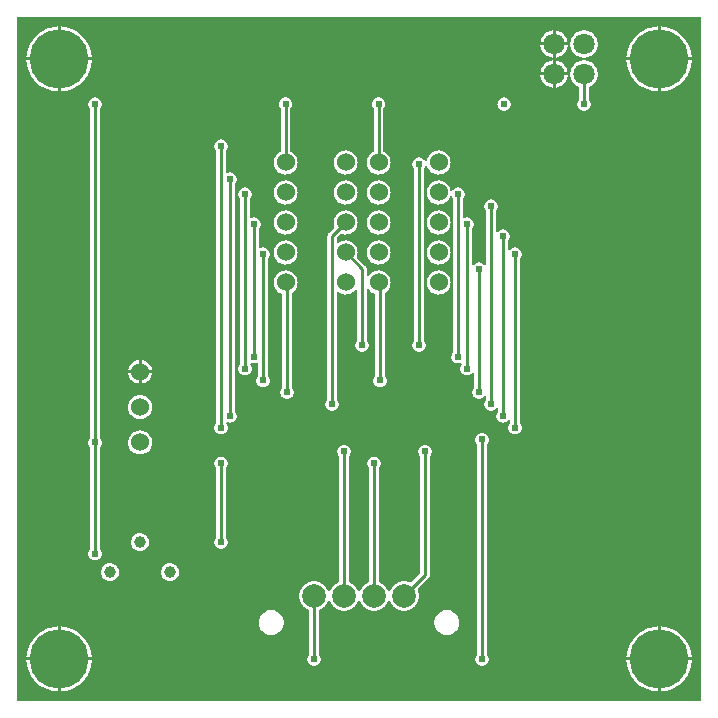
<source format=gbl>
G04 Layer: BottomLayer*
G04 Panelize: , Column: 2, Row: 2, Board Size: 58.42mm x 58.42mm, Panelized Board Size: 118.84mm x 118.84mm*
G04 EasyEDA v6.5.34, 2023-08-21 18:11:39*
G04 19270923be3647babfd756aece9be4b9,5a6b42c53f6a479593ecc07194224c93,10*
G04 Gerber Generator version 0.2*
G04 Scale: 100 percent, Rotated: No, Reflected: No *
G04 Dimensions in millimeters *
G04 leading zeros omitted , absolute positions ,4 integer and 5 decimal *
%FSLAX45Y45*%
%MOMM*%

%ADD10C,0.2540*%
%ADD11C,1.0000*%
%ADD12C,1.5240*%
%ADD13C,5.0000*%
%ADD14C,2.0000*%
%ADD15C,1.8000*%
%ADD16C,0.6096*%
%ADD17C,0.0115*%

%LPD*%
G36*
X5805932Y25908D02*
G01*
X36068Y26416D01*
X32156Y27178D01*
X28905Y29362D01*
X26670Y32664D01*
X25908Y36576D01*
X25908Y5805932D01*
X26670Y5809843D01*
X28905Y5813094D01*
X32156Y5815330D01*
X36068Y5816092D01*
X5805932Y5816092D01*
X5809843Y5815330D01*
X5813094Y5813094D01*
X5815330Y5809843D01*
X5816092Y5805932D01*
X5816092Y36068D01*
X5815330Y32207D01*
X5813094Y28905D01*
X5809843Y26670D01*
G37*

%LPC*%
G36*
X4584700Y5600700D02*
G01*
X4687112Y5600700D01*
X4686960Y5602528D01*
X4684268Y5616803D01*
X4679746Y5630672D01*
X4673549Y5643829D01*
X4665776Y5656122D01*
X4656480Y5667349D01*
X4645863Y5677306D01*
X4634077Y5685840D01*
X4621326Y5692851D01*
X4607814Y5698236D01*
X4593691Y5701842D01*
X4584700Y5702960D01*
G37*
G36*
X393700Y105562D02*
G01*
X398322Y105664D01*
X421284Y108051D01*
X443992Y112369D01*
X466242Y118618D01*
X487934Y126644D01*
X508812Y136499D01*
X528828Y148031D01*
X547827Y161239D01*
X565607Y175971D01*
X582117Y192125D01*
X597204Y209600D01*
X610819Y228295D01*
X622757Y248107D01*
X633018Y268782D01*
X641553Y290271D01*
X648208Y312369D01*
X653034Y334975D01*
X655929Y357936D01*
X656336Y368300D01*
X393700Y368300D01*
G37*
G36*
X5448300Y105613D02*
G01*
X5448300Y368300D01*
X5185410Y368300D01*
X5187289Y346405D01*
X5191150Y323646D01*
X5196890Y301244D01*
X5204460Y279450D01*
X5213858Y258317D01*
X5224983Y238099D01*
X5237784Y218846D01*
X5252161Y200710D01*
X5267960Y183896D01*
X5285130Y168402D01*
X5303520Y154432D01*
X5323027Y142087D01*
X5343499Y131368D01*
X5364835Y122428D01*
X5386781Y115265D01*
X5409285Y109982D01*
X5432145Y106629D01*
G37*
G36*
X368300Y105613D02*
G01*
X368300Y368300D01*
X105410Y368300D01*
X107289Y346405D01*
X111150Y323646D01*
X116890Y301244D01*
X124460Y279450D01*
X133858Y258317D01*
X144983Y238099D01*
X157784Y218846D01*
X172161Y200710D01*
X187960Y183896D01*
X205130Y168402D01*
X223520Y154432D01*
X243027Y142087D01*
X263499Y131368D01*
X284835Y122428D01*
X306781Y115265D01*
X329285Y109982D01*
X352145Y106629D01*
G37*
G36*
X3962400Y324662D02*
G01*
X3972153Y325526D01*
X3981653Y328066D01*
X3990543Y332181D01*
X3998620Y337820D01*
X4005529Y344779D01*
X4011168Y352806D01*
X4015333Y361746D01*
X4017873Y371195D01*
X4018737Y381000D01*
X4017873Y390804D01*
X4015333Y400253D01*
X4011168Y409194D01*
X4005529Y417220D01*
X4003954Y418795D01*
X4001770Y422097D01*
X4001008Y426008D01*
X4001008Y2194204D01*
X4001770Y2198116D01*
X4003954Y2201367D01*
X4005529Y2202992D01*
X4011168Y2211019D01*
X4015333Y2219909D01*
X4017873Y2229408D01*
X4018737Y2239213D01*
X4017873Y2248966D01*
X4015333Y2258466D01*
X4011168Y2267356D01*
X4005529Y2275433D01*
X3998620Y2282342D01*
X3990543Y2287981D01*
X3981653Y2292146D01*
X3972153Y2294686D01*
X3962400Y2295550D01*
X3952595Y2294686D01*
X3943096Y2292146D01*
X3934206Y2287981D01*
X3926179Y2282342D01*
X3919220Y2275433D01*
X3913581Y2267356D01*
X3909415Y2258466D01*
X3906875Y2248966D01*
X3906062Y2239213D01*
X3906875Y2229408D01*
X3909415Y2219909D01*
X3913581Y2211019D01*
X3919220Y2202992D01*
X3920794Y2201367D01*
X3923029Y2198116D01*
X3923792Y2194204D01*
X3923792Y426008D01*
X3923029Y422097D01*
X3920794Y418795D01*
X3919220Y417220D01*
X3913581Y409194D01*
X3909415Y400253D01*
X3906875Y390804D01*
X3906062Y381000D01*
X3906875Y371195D01*
X3909415Y361746D01*
X3913581Y352806D01*
X3919220Y344779D01*
X3926179Y337820D01*
X3934206Y332181D01*
X3943096Y328066D01*
X3952595Y325526D01*
G37*
G36*
X2540000Y324662D02*
G01*
X2549804Y325526D01*
X2559253Y328066D01*
X2568194Y332181D01*
X2576220Y337820D01*
X2583180Y344779D01*
X2588818Y352806D01*
X2592933Y361746D01*
X2595473Y371195D01*
X2596337Y381000D01*
X2595473Y390804D01*
X2592933Y400253D01*
X2588818Y409194D01*
X2583180Y417220D01*
X2581605Y418795D01*
X2579370Y422097D01*
X2578608Y426008D01*
X2578608Y787400D01*
X2579319Y791210D01*
X2581452Y794410D01*
X2584602Y796645D01*
X2598521Y802894D01*
X2611526Y810768D01*
X2623464Y820166D01*
X2634234Y830884D01*
X2643581Y842873D01*
X2651455Y855878D01*
X2657754Y869797D01*
X2659938Y872947D01*
X2663190Y875080D01*
X2667000Y875792D01*
X2670810Y875080D01*
X2674061Y872947D01*
X2676245Y869797D01*
X2682544Y855878D01*
X2690418Y842873D01*
X2699766Y830884D01*
X2710535Y820166D01*
X2722473Y810768D01*
X2735478Y802894D01*
X2749346Y796696D01*
X2763875Y792175D01*
X2778810Y789432D01*
X2794000Y788517D01*
X2809189Y789432D01*
X2824124Y792175D01*
X2838653Y796696D01*
X2852521Y802894D01*
X2865526Y810768D01*
X2877464Y820166D01*
X2888234Y830884D01*
X2897581Y842873D01*
X2905455Y855878D01*
X2911754Y869797D01*
X2913938Y872947D01*
X2917190Y875080D01*
X2921000Y875792D01*
X2924810Y875080D01*
X2928061Y872947D01*
X2930245Y869797D01*
X2936544Y855878D01*
X2944418Y842873D01*
X2953766Y830884D01*
X2964535Y820166D01*
X2976473Y810768D01*
X2989478Y802894D01*
X3003346Y796696D01*
X3017875Y792175D01*
X3032810Y789432D01*
X3048000Y788517D01*
X3063189Y789432D01*
X3078124Y792175D01*
X3092653Y796696D01*
X3106521Y802894D01*
X3119526Y810768D01*
X3131464Y820166D01*
X3142234Y830884D01*
X3151581Y842873D01*
X3159455Y855878D01*
X3165754Y869797D01*
X3167938Y872947D01*
X3171190Y875080D01*
X3175000Y875792D01*
X3178810Y875080D01*
X3182061Y872947D01*
X3184245Y869797D01*
X3190544Y855878D01*
X3198418Y842873D01*
X3207766Y830884D01*
X3218535Y820166D01*
X3230473Y810768D01*
X3243478Y802894D01*
X3257346Y796696D01*
X3271875Y792175D01*
X3286810Y789432D01*
X3302000Y788517D01*
X3317189Y789432D01*
X3332124Y792175D01*
X3346653Y796696D01*
X3360521Y802894D01*
X3373526Y810768D01*
X3385464Y820166D01*
X3396234Y830884D01*
X3405581Y842873D01*
X3413455Y855878D01*
X3419703Y869746D01*
X3424224Y884275D01*
X3426968Y899210D01*
X3427882Y914400D01*
X3426968Y929538D01*
X3424224Y944524D01*
X3419703Y959053D01*
X3416858Y965352D01*
X3415944Y969365D01*
X3416706Y973328D01*
X3418941Y976731D01*
X3506724Y1064514D01*
X3511854Y1070762D01*
X3515410Y1077417D01*
X3517595Y1084681D01*
X3518408Y1092708D01*
X3518408Y2094230D01*
X3519170Y2098090D01*
X3521354Y2101392D01*
X3522929Y2102967D01*
X3528568Y2110994D01*
X3532733Y2119934D01*
X3535273Y2129383D01*
X3536137Y2139188D01*
X3535273Y2148992D01*
X3532733Y2158441D01*
X3528568Y2167382D01*
X3522929Y2175408D01*
X3516020Y2182368D01*
X3507943Y2188006D01*
X3499053Y2192121D01*
X3489553Y2194661D01*
X3479800Y2195525D01*
X3469995Y2194661D01*
X3460496Y2192121D01*
X3451606Y2188006D01*
X3443579Y2182368D01*
X3436620Y2175408D01*
X3430981Y2167382D01*
X3426815Y2158441D01*
X3424275Y2148992D01*
X3423462Y2139188D01*
X3424275Y2129383D01*
X3426815Y2119934D01*
X3430981Y2110994D01*
X3436620Y2102967D01*
X3438194Y2101392D01*
X3440429Y2098090D01*
X3441192Y2094179D01*
X3441192Y1112367D01*
X3440429Y1108506D01*
X3438194Y1105204D01*
X3364331Y1031341D01*
X3360928Y1029106D01*
X3356914Y1028344D01*
X3352952Y1029258D01*
X3346653Y1032103D01*
X3332124Y1036624D01*
X3317189Y1039368D01*
X3302000Y1040282D01*
X3286810Y1039368D01*
X3271875Y1036624D01*
X3257346Y1032103D01*
X3243478Y1025855D01*
X3230473Y1017981D01*
X3218535Y1008634D01*
X3207766Y997864D01*
X3198418Y985875D01*
X3190544Y972870D01*
X3184245Y958951D01*
X3182061Y955802D01*
X3178810Y953719D01*
X3175000Y952957D01*
X3171190Y953719D01*
X3167938Y955802D01*
X3165754Y958951D01*
X3159455Y972870D01*
X3151581Y985875D01*
X3142234Y997864D01*
X3131464Y1008634D01*
X3119526Y1017981D01*
X3106521Y1025855D01*
X3092602Y1032103D01*
X3089452Y1034338D01*
X3087319Y1037590D01*
X3086608Y1041400D01*
X3086608Y1994204D01*
X3087370Y1998116D01*
X3089605Y2001367D01*
X3091180Y2002993D01*
X3096818Y2011019D01*
X3100933Y2019909D01*
X3103473Y2029409D01*
X3104337Y2039213D01*
X3103473Y2048967D01*
X3100933Y2058466D01*
X3096818Y2067356D01*
X3091180Y2075434D01*
X3084220Y2082342D01*
X3076194Y2087981D01*
X3067253Y2092147D01*
X3057804Y2094687D01*
X3048000Y2095550D01*
X3038195Y2094687D01*
X3028746Y2092147D01*
X3019806Y2087981D01*
X3011779Y2082342D01*
X3004820Y2075434D01*
X2999181Y2067356D01*
X2995066Y2058466D01*
X2992526Y2048967D01*
X2991662Y2039213D01*
X2992526Y2029409D01*
X2995066Y2019909D01*
X2999181Y2011019D01*
X3004820Y2002993D01*
X3006394Y2001367D01*
X3008630Y1998116D01*
X3009392Y1994204D01*
X3009392Y1041400D01*
X3008680Y1037590D01*
X3006547Y1034338D01*
X3003397Y1032103D01*
X2989478Y1025855D01*
X2976473Y1017981D01*
X2964535Y1008634D01*
X2953766Y997864D01*
X2944418Y985875D01*
X2936544Y972870D01*
X2930245Y958951D01*
X2928061Y955802D01*
X2924810Y953719D01*
X2921000Y952957D01*
X2917190Y953719D01*
X2913938Y955802D01*
X2911754Y958951D01*
X2905455Y972870D01*
X2897581Y985875D01*
X2888234Y997864D01*
X2877464Y1008634D01*
X2865526Y1017981D01*
X2852521Y1025855D01*
X2838602Y1032103D01*
X2835452Y1034338D01*
X2833319Y1037590D01*
X2832608Y1041400D01*
X2832608Y2094230D01*
X2833370Y2098090D01*
X2835605Y2101392D01*
X2837180Y2102967D01*
X2842818Y2110994D01*
X2846933Y2119934D01*
X2849473Y2129383D01*
X2850337Y2139188D01*
X2849473Y2148992D01*
X2846933Y2158441D01*
X2842818Y2167382D01*
X2837180Y2175408D01*
X2830220Y2182368D01*
X2822194Y2188006D01*
X2813253Y2192121D01*
X2803804Y2194661D01*
X2794000Y2195525D01*
X2784195Y2194661D01*
X2774746Y2192121D01*
X2765806Y2188006D01*
X2757779Y2182368D01*
X2750820Y2175408D01*
X2745181Y2167382D01*
X2741066Y2158441D01*
X2738526Y2148992D01*
X2737662Y2139188D01*
X2738526Y2129383D01*
X2741066Y2119934D01*
X2745181Y2110994D01*
X2750820Y2102967D01*
X2752394Y2101392D01*
X2754630Y2098090D01*
X2755392Y2094230D01*
X2755392Y1041400D01*
X2754680Y1037590D01*
X2752547Y1034338D01*
X2749397Y1032103D01*
X2735478Y1025855D01*
X2722473Y1017981D01*
X2710535Y1008634D01*
X2699766Y997864D01*
X2690418Y985875D01*
X2682544Y972870D01*
X2676245Y958951D01*
X2674061Y955802D01*
X2670810Y953719D01*
X2667000Y952957D01*
X2663190Y953719D01*
X2659938Y955802D01*
X2657754Y958951D01*
X2651455Y972870D01*
X2643581Y985875D01*
X2634234Y997864D01*
X2623464Y1008634D01*
X2611526Y1017981D01*
X2598521Y1025855D01*
X2584653Y1032103D01*
X2570124Y1036624D01*
X2555189Y1039368D01*
X2540000Y1040282D01*
X2524810Y1039368D01*
X2509875Y1036624D01*
X2495346Y1032103D01*
X2481478Y1025855D01*
X2468473Y1017981D01*
X2456535Y1008634D01*
X2445766Y997864D01*
X2436418Y985875D01*
X2428544Y972870D01*
X2422296Y959053D01*
X2417775Y944524D01*
X2415032Y929538D01*
X2414117Y914400D01*
X2415032Y899210D01*
X2417775Y884275D01*
X2422296Y869746D01*
X2428544Y855878D01*
X2436418Y842873D01*
X2445766Y830884D01*
X2456535Y820166D01*
X2468473Y810768D01*
X2481478Y802894D01*
X2495397Y796645D01*
X2498547Y794410D01*
X2500680Y791210D01*
X2501392Y787400D01*
X2501392Y426008D01*
X2500630Y422097D01*
X2498394Y418795D01*
X2496820Y417220D01*
X2491181Y409194D01*
X2487066Y400253D01*
X2484526Y390804D01*
X2483662Y381000D01*
X2484526Y371195D01*
X2487066Y361746D01*
X2491181Y352806D01*
X2496820Y344779D01*
X2503779Y337820D01*
X2511806Y332181D01*
X2520746Y328066D01*
X2530195Y325526D01*
G37*
G36*
X393700Y393700D02*
G01*
X656336Y393700D01*
X655929Y404063D01*
X653034Y427024D01*
X648208Y449630D01*
X641553Y471728D01*
X633018Y493217D01*
X622757Y513892D01*
X610819Y533704D01*
X597204Y552348D01*
X582117Y569874D01*
X565607Y586028D01*
X547827Y600760D01*
X528828Y613968D01*
X508812Y625500D01*
X487934Y635355D01*
X466242Y643382D01*
X443992Y649630D01*
X421284Y653948D01*
X398322Y656336D01*
X393700Y656437D01*
G37*
G36*
X5473700Y393700D02*
G01*
X5736336Y393700D01*
X5735929Y404063D01*
X5733034Y427024D01*
X5728208Y449630D01*
X5721553Y471728D01*
X5713018Y493217D01*
X5702757Y513892D01*
X5690819Y533704D01*
X5677204Y552348D01*
X5662117Y569874D01*
X5645607Y586028D01*
X5627827Y600760D01*
X5608828Y613968D01*
X5588812Y625500D01*
X5567934Y635355D01*
X5546242Y643382D01*
X5523992Y649630D01*
X5501284Y653948D01*
X5478322Y656336D01*
X5473700Y656437D01*
G37*
G36*
X5185410Y393700D02*
G01*
X5448300Y393700D01*
X5448300Y656386D01*
X5432145Y655370D01*
X5409285Y652018D01*
X5386781Y646734D01*
X5364835Y639572D01*
X5343499Y630631D01*
X5323027Y619912D01*
X5303520Y607568D01*
X5285130Y593598D01*
X5267960Y578104D01*
X5252161Y561289D01*
X5237784Y543153D01*
X5224983Y523900D01*
X5213858Y503682D01*
X5204460Y482549D01*
X5196890Y460756D01*
X5191150Y438353D01*
X5187289Y415594D01*
G37*
G36*
X105410Y393700D02*
G01*
X368300Y393700D01*
X368300Y656386D01*
X352145Y655370D01*
X329285Y652018D01*
X306781Y646734D01*
X284835Y639572D01*
X263499Y630631D01*
X243027Y619912D01*
X223520Y607568D01*
X205130Y593598D01*
X187960Y578104D01*
X172161Y561289D01*
X157784Y543153D01*
X144983Y523900D01*
X133858Y503682D01*
X124460Y482549D01*
X116890Y460756D01*
X111150Y438353D01*
X107289Y415594D01*
G37*
G36*
X2177440Y583488D02*
G01*
X2191258Y584403D01*
X2204821Y587095D01*
X2217978Y591566D01*
X2230374Y597662D01*
X2241905Y605383D01*
X2252319Y614527D01*
X2261463Y624941D01*
X2269134Y636422D01*
X2275281Y648868D01*
X2279700Y661974D01*
X2282444Y675538D01*
X2283307Y689356D01*
X2282444Y703224D01*
X2279700Y716788D01*
X2275281Y729894D01*
X2269134Y742340D01*
X2261463Y753821D01*
X2252319Y764235D01*
X2241905Y773379D01*
X2230374Y781100D01*
X2217978Y787196D01*
X2204821Y791667D01*
X2191258Y794359D01*
X2177440Y795274D01*
X2163622Y794359D01*
X2150059Y791667D01*
X2136902Y787196D01*
X2124506Y781100D01*
X2112975Y773379D01*
X2102561Y764235D01*
X2093417Y753821D01*
X2085746Y742340D01*
X2079599Y729894D01*
X2075180Y716788D01*
X2072436Y703224D01*
X2071573Y689356D01*
X2072436Y675538D01*
X2075180Y661974D01*
X2079599Y648868D01*
X2085746Y636422D01*
X2093417Y624941D01*
X2102561Y614527D01*
X2112975Y605383D01*
X2124506Y597662D01*
X2136902Y591566D01*
X2150059Y587095D01*
X2163622Y584403D01*
G37*
G36*
X3664559Y583488D02*
G01*
X3678377Y584403D01*
X3691940Y587095D01*
X3705047Y591566D01*
X3717493Y597662D01*
X3728974Y605383D01*
X3739387Y614527D01*
X3748532Y624941D01*
X3756253Y636422D01*
X3762349Y648868D01*
X3766820Y661974D01*
X3769512Y675538D01*
X3770426Y689356D01*
X3769512Y703224D01*
X3766820Y716788D01*
X3762349Y729894D01*
X3756253Y742340D01*
X3748532Y753821D01*
X3739387Y764235D01*
X3728974Y773379D01*
X3717493Y781100D01*
X3705047Y787196D01*
X3691940Y791667D01*
X3678377Y794359D01*
X3664559Y795274D01*
X3650691Y794359D01*
X3637127Y791667D01*
X3624021Y787196D01*
X3611575Y781100D01*
X3600094Y773379D01*
X3589680Y764235D01*
X3580536Y753821D01*
X3572814Y742340D01*
X3566718Y729894D01*
X3562248Y716788D01*
X3559556Y703224D01*
X3558641Y689356D01*
X3559556Y675538D01*
X3562248Y661974D01*
X3566718Y648868D01*
X3572814Y636422D01*
X3580536Y624941D01*
X3589680Y614527D01*
X3600094Y605383D01*
X3611575Y597662D01*
X3624021Y591566D01*
X3637127Y587095D01*
X3650691Y584403D01*
G37*
G36*
X4456887Y5600700D02*
G01*
X4559300Y5600700D01*
X4559300Y5702960D01*
X4550308Y5701842D01*
X4536186Y5698236D01*
X4522673Y5692851D01*
X4509922Y5685840D01*
X4498136Y5677306D01*
X4487519Y5667349D01*
X4478223Y5656122D01*
X4470450Y5643829D01*
X4464253Y5630672D01*
X4459732Y5616803D01*
X4457039Y5602528D01*
G37*
G36*
X105410Y5473700D02*
G01*
X368300Y5473700D01*
X368300Y5736386D01*
X352145Y5735370D01*
X329285Y5732018D01*
X306781Y5726734D01*
X284835Y5719572D01*
X263499Y5710631D01*
X243027Y5699912D01*
X223520Y5687568D01*
X205130Y5673598D01*
X187960Y5658104D01*
X172161Y5641289D01*
X157784Y5623153D01*
X144983Y5603900D01*
X133858Y5583682D01*
X124460Y5562549D01*
X116890Y5540756D01*
X111150Y5518353D01*
X107289Y5495594D01*
G37*
G36*
X5185410Y5473700D02*
G01*
X5448300Y5473700D01*
X5448300Y5736386D01*
X5432145Y5735370D01*
X5409285Y5732018D01*
X5386781Y5726734D01*
X5364835Y5719572D01*
X5343499Y5710631D01*
X5323027Y5699912D01*
X5303520Y5687568D01*
X5285130Y5673598D01*
X5267960Y5658104D01*
X5252161Y5641289D01*
X5237784Y5623153D01*
X5224983Y5603900D01*
X5213858Y5583682D01*
X5204460Y5562549D01*
X5196890Y5540756D01*
X5191150Y5518353D01*
X5187289Y5495594D01*
G37*
G36*
X393700Y5473700D02*
G01*
X656336Y5473700D01*
X655929Y5484063D01*
X653034Y5507024D01*
X648208Y5529630D01*
X641553Y5551728D01*
X633018Y5573217D01*
X622757Y5593892D01*
X610819Y5613704D01*
X597204Y5632348D01*
X582117Y5649874D01*
X565607Y5666028D01*
X547827Y5680760D01*
X528828Y5693968D01*
X508812Y5705500D01*
X487934Y5715355D01*
X466242Y5723382D01*
X443992Y5729630D01*
X421284Y5733948D01*
X398322Y5736336D01*
X393700Y5736437D01*
G37*
G36*
X5473700Y5473700D02*
G01*
X5736336Y5473700D01*
X5735929Y5484063D01*
X5733034Y5507024D01*
X5728208Y5529630D01*
X5721553Y5551728D01*
X5713018Y5573217D01*
X5702757Y5593892D01*
X5690819Y5613704D01*
X5677204Y5632348D01*
X5662117Y5649874D01*
X5645607Y5666028D01*
X5627827Y5680760D01*
X5608828Y5693968D01*
X5588812Y5705500D01*
X5567934Y5715355D01*
X5546242Y5723382D01*
X5523992Y5729630D01*
X5501284Y5733948D01*
X5478322Y5736336D01*
X5473700Y5736437D01*
G37*
G36*
X4559300Y5473039D02*
G01*
X4559300Y5575300D01*
X4456887Y5575300D01*
X4457039Y5573471D01*
X4459732Y5559196D01*
X4464253Y5545328D01*
X4470450Y5532170D01*
X4478223Y5519877D01*
X4487519Y5508650D01*
X4498136Y5498693D01*
X4509922Y5490159D01*
X4522673Y5483148D01*
X4536186Y5477764D01*
X4550308Y5474157D01*
G37*
G36*
X4584700Y5473039D02*
G01*
X4593691Y5474157D01*
X4607814Y5477764D01*
X4621326Y5483148D01*
X4634077Y5490159D01*
X4645863Y5498693D01*
X4656480Y5508650D01*
X4665776Y5519877D01*
X4673549Y5532170D01*
X4679746Y5545328D01*
X4684268Y5559196D01*
X4686960Y5573471D01*
X4687112Y5575300D01*
X4584700Y5575300D01*
G37*
G36*
X1323695Y1041755D02*
G01*
X1335227Y1043127D01*
X1346454Y1046175D01*
X1357071Y1050950D01*
X1366774Y1057249D01*
X1375460Y1064971D01*
X1382877Y1073962D01*
X1388821Y1083919D01*
X1393139Y1094689D01*
X1395780Y1106017D01*
X1396695Y1117600D01*
X1395780Y1129182D01*
X1393139Y1140510D01*
X1388821Y1151280D01*
X1382877Y1161237D01*
X1375460Y1170228D01*
X1366774Y1177950D01*
X1357071Y1184249D01*
X1346454Y1189024D01*
X1335227Y1192072D01*
X1323695Y1193444D01*
X1312113Y1192987D01*
X1300683Y1190752D01*
X1289761Y1186840D01*
X1279550Y1181303D01*
X1270304Y1174242D01*
X1262278Y1165860D01*
X1255572Y1156360D01*
X1250442Y1145946D01*
X1246936Y1134872D01*
X1245158Y1123391D01*
X1245158Y1111808D01*
X1246936Y1100328D01*
X1250442Y1089253D01*
X1255572Y1078839D01*
X1262278Y1069340D01*
X1270304Y1060958D01*
X1279550Y1053896D01*
X1289761Y1048359D01*
X1300683Y1044448D01*
X1312113Y1042212D01*
G37*
G36*
X815695Y1041755D02*
G01*
X827227Y1043127D01*
X838453Y1046175D01*
X849071Y1050950D01*
X858774Y1057249D01*
X867460Y1064971D01*
X874877Y1073962D01*
X880821Y1083919D01*
X885139Y1094689D01*
X887780Y1106017D01*
X888695Y1117600D01*
X887780Y1129182D01*
X885139Y1140510D01*
X880821Y1151280D01*
X874877Y1161237D01*
X867460Y1170228D01*
X858774Y1177950D01*
X849071Y1184249D01*
X838453Y1189024D01*
X827227Y1192072D01*
X815695Y1193444D01*
X804113Y1192987D01*
X792683Y1190752D01*
X781761Y1186840D01*
X771550Y1181303D01*
X762304Y1174242D01*
X754278Y1165860D01*
X747572Y1156360D01*
X742442Y1145946D01*
X738936Y1134872D01*
X737158Y1123391D01*
X737158Y1111808D01*
X738936Y1100328D01*
X742442Y1089253D01*
X747572Y1078839D01*
X754278Y1069340D01*
X762304Y1060958D01*
X771550Y1053896D01*
X781761Y1048359D01*
X792683Y1044448D01*
X804113Y1042212D01*
G37*
G36*
X685800Y1217422D02*
G01*
X695604Y1218285D01*
X705053Y1220825D01*
X713994Y1224991D01*
X722020Y1230630D01*
X728980Y1237538D01*
X734618Y1245616D01*
X738733Y1254506D01*
X741273Y1264005D01*
X742137Y1273759D01*
X741273Y1283563D01*
X738733Y1293063D01*
X734618Y1301953D01*
X728980Y1309979D01*
X727405Y1311605D01*
X725170Y1314856D01*
X724408Y1318768D01*
X724408Y2169617D01*
X725170Y2173478D01*
X727405Y2176780D01*
X728980Y2178354D01*
X734618Y2186432D01*
X738733Y2195322D01*
X741273Y2204821D01*
X742137Y2214575D01*
X741273Y2224379D01*
X738733Y2233879D01*
X734618Y2242769D01*
X728980Y2250795D01*
X727405Y2252370D01*
X725170Y2255672D01*
X724408Y2259584D01*
X724408Y5034991D01*
X725170Y5038902D01*
X727405Y5042204D01*
X728980Y5043779D01*
X734618Y5051806D01*
X738733Y5060746D01*
X741273Y5070195D01*
X742137Y5080000D01*
X741273Y5089804D01*
X738733Y5099253D01*
X734618Y5108194D01*
X728980Y5116220D01*
X722020Y5123180D01*
X713994Y5128818D01*
X705053Y5132933D01*
X695604Y5135473D01*
X685800Y5136337D01*
X675995Y5135473D01*
X666546Y5132933D01*
X657606Y5128818D01*
X649579Y5123180D01*
X642620Y5116220D01*
X636981Y5108194D01*
X632866Y5099253D01*
X630326Y5089804D01*
X629462Y5080000D01*
X630326Y5070195D01*
X632866Y5060746D01*
X636981Y5051806D01*
X642620Y5043779D01*
X644194Y5042204D01*
X646430Y5038902D01*
X647192Y5034991D01*
X647192Y2259584D01*
X646430Y2255672D01*
X644194Y2252370D01*
X642620Y2250795D01*
X636981Y2242769D01*
X632866Y2233879D01*
X630326Y2224379D01*
X629462Y2214575D01*
X630326Y2204821D01*
X632866Y2195322D01*
X636981Y2186432D01*
X642620Y2178354D01*
X644194Y2176780D01*
X646430Y2173478D01*
X647192Y2169617D01*
X647192Y1318768D01*
X646430Y1314856D01*
X644194Y1311605D01*
X642620Y1309979D01*
X636981Y1301953D01*
X632866Y1293063D01*
X630326Y1283563D01*
X629462Y1273759D01*
X630326Y1264005D01*
X632866Y1254506D01*
X636981Y1245616D01*
X642620Y1237538D01*
X649579Y1230630D01*
X657606Y1224991D01*
X666546Y1220825D01*
X675995Y1218285D01*
G37*
G36*
X1069695Y1295755D02*
G01*
X1081227Y1297127D01*
X1092454Y1300175D01*
X1103071Y1304950D01*
X1112774Y1311249D01*
X1121460Y1318971D01*
X1128877Y1327962D01*
X1134821Y1337919D01*
X1139139Y1348689D01*
X1141780Y1360017D01*
X1142695Y1371600D01*
X1141780Y1383182D01*
X1139139Y1394510D01*
X1134821Y1405280D01*
X1128877Y1415237D01*
X1121460Y1424228D01*
X1112774Y1431950D01*
X1103071Y1438249D01*
X1092454Y1443024D01*
X1081227Y1446072D01*
X1069695Y1447444D01*
X1058113Y1446987D01*
X1046683Y1444752D01*
X1035761Y1440840D01*
X1025550Y1435303D01*
X1016304Y1428242D01*
X1008278Y1419860D01*
X1001572Y1410360D01*
X996442Y1399946D01*
X992936Y1388872D01*
X991158Y1377391D01*
X991158Y1365808D01*
X992936Y1354328D01*
X996442Y1343253D01*
X1001572Y1332839D01*
X1008278Y1323340D01*
X1016304Y1314958D01*
X1025550Y1307896D01*
X1035761Y1302359D01*
X1046683Y1298448D01*
X1058113Y1296212D01*
G37*
G36*
X1752600Y1315262D02*
G01*
X1762404Y1316126D01*
X1771853Y1318666D01*
X1780793Y1322781D01*
X1788820Y1328420D01*
X1795780Y1335379D01*
X1801418Y1343406D01*
X1805533Y1352346D01*
X1808073Y1361795D01*
X1808937Y1371600D01*
X1808073Y1381404D01*
X1805533Y1390853D01*
X1801418Y1399794D01*
X1795780Y1407820D01*
X1794205Y1409395D01*
X1791970Y1412697D01*
X1791207Y1416608D01*
X1791207Y1994204D01*
X1791970Y1998116D01*
X1794205Y2001367D01*
X1795780Y2002993D01*
X1801418Y2011019D01*
X1805533Y2019909D01*
X1808073Y2029409D01*
X1808937Y2039213D01*
X1808073Y2048967D01*
X1805533Y2058466D01*
X1801418Y2067356D01*
X1795780Y2075434D01*
X1788820Y2082342D01*
X1780793Y2087981D01*
X1771853Y2092147D01*
X1762404Y2094687D01*
X1752600Y2095550D01*
X1742795Y2094687D01*
X1733346Y2092147D01*
X1724406Y2087981D01*
X1716379Y2082342D01*
X1709420Y2075434D01*
X1703781Y2067356D01*
X1699666Y2058466D01*
X1697126Y2048967D01*
X1696262Y2039213D01*
X1697126Y2029409D01*
X1699666Y2019909D01*
X1703781Y2011019D01*
X1709420Y2002993D01*
X1710994Y2001367D01*
X1713230Y1998116D01*
X1713992Y1994204D01*
X1713992Y1416608D01*
X1713230Y1412697D01*
X1710994Y1409395D01*
X1709420Y1407820D01*
X1703781Y1399794D01*
X1699666Y1390853D01*
X1697126Y1381404D01*
X1696262Y1371600D01*
X1697126Y1361795D01*
X1699666Y1352346D01*
X1703781Y1343406D01*
X1709420Y1335379D01*
X1716379Y1328420D01*
X1724406Y1322781D01*
X1733346Y1318666D01*
X1742795Y1316126D01*
G37*
G36*
X1066800Y2112568D02*
G01*
X1080363Y2113483D01*
X1093724Y2116175D01*
X1106627Y2120646D01*
X1118819Y2126792D01*
X1130046Y2134514D01*
X1140155Y2143658D01*
X1148943Y2154072D01*
X1156309Y2165553D01*
X1162050Y2177948D01*
X1166063Y2190953D01*
X1168349Y2204415D01*
X1168806Y2218029D01*
X1167434Y2231593D01*
X1164285Y2244902D01*
X1159357Y2257602D01*
X1152804Y2269540D01*
X1144727Y2280564D01*
X1135227Y2290368D01*
X1124559Y2298801D01*
X1112824Y2305761D01*
X1100277Y2311095D01*
X1087120Y2314651D01*
X1073607Y2316480D01*
X1059942Y2316480D01*
X1046429Y2314651D01*
X1033271Y2311095D01*
X1020724Y2305761D01*
X1008989Y2298801D01*
X998321Y2290368D01*
X988821Y2280564D01*
X980744Y2269540D01*
X974191Y2257602D01*
X969264Y2244902D01*
X966114Y2231593D01*
X964742Y2218029D01*
X965200Y2204415D01*
X967486Y2190953D01*
X971499Y2177948D01*
X977239Y2165553D01*
X984605Y2154072D01*
X993394Y2143658D01*
X1003503Y2134514D01*
X1014730Y2126792D01*
X1026921Y2120646D01*
X1039825Y2116175D01*
X1053185Y2113483D01*
G37*
G36*
X1752600Y2282850D02*
G01*
X1762404Y2283714D01*
X1771853Y2286254D01*
X1780793Y2290368D01*
X1788820Y2296007D01*
X1795780Y2302967D01*
X1801418Y2310993D01*
X1805533Y2319934D01*
X1808073Y2329383D01*
X1808937Y2339187D01*
X1808073Y2348992D01*
X1805533Y2358440D01*
X1801418Y2367381D01*
X1799285Y2370429D01*
X1797659Y2374188D01*
X1797659Y2378303D01*
X1799285Y2382062D01*
X1802231Y2384907D01*
X1806092Y2386279D01*
X1810207Y2386076D01*
X1818995Y2383688D01*
X1828800Y2382824D01*
X1838604Y2383688D01*
X1848053Y2386228D01*
X1856993Y2390394D01*
X1865020Y2396032D01*
X1871980Y2402992D01*
X1877618Y2411018D01*
X1881733Y2419908D01*
X1884273Y2429408D01*
X1885137Y2439212D01*
X1884273Y2448966D01*
X1881733Y2458466D01*
X1877618Y2467356D01*
X1871980Y2475433D01*
X1870405Y2477008D01*
X1868170Y2480310D01*
X1867407Y2484170D01*
X1867407Y4399991D01*
X1868170Y4403902D01*
X1870405Y4407204D01*
X1871980Y4408779D01*
X1877618Y4416806D01*
X1881733Y4425696D01*
X1884273Y4435195D01*
X1885137Y4445000D01*
X1884273Y4454753D01*
X1881733Y4464253D01*
X1877618Y4473143D01*
X1871980Y4481220D01*
X1865020Y4488129D01*
X1856993Y4493768D01*
X1848053Y4497933D01*
X1838604Y4500473D01*
X1828800Y4501337D01*
X1818995Y4500473D01*
X1809546Y4497933D01*
X1805686Y4496155D01*
X1801723Y4495190D01*
X1797710Y4495850D01*
X1794306Y4498035D01*
X1792020Y4501388D01*
X1791207Y4505350D01*
X1791207Y4679391D01*
X1791970Y4683302D01*
X1794205Y4686604D01*
X1795780Y4688179D01*
X1801418Y4696206D01*
X1805533Y4705096D01*
X1808073Y4714595D01*
X1808937Y4724400D01*
X1808073Y4734153D01*
X1805533Y4743653D01*
X1801418Y4752543D01*
X1795780Y4760620D01*
X1788820Y4767529D01*
X1780793Y4773168D01*
X1771853Y4777333D01*
X1762404Y4779873D01*
X1752600Y4780737D01*
X1742795Y4779873D01*
X1733346Y4777333D01*
X1724406Y4773168D01*
X1716379Y4767529D01*
X1709420Y4760620D01*
X1703781Y4752543D01*
X1699666Y4743653D01*
X1697126Y4734153D01*
X1696262Y4724400D01*
X1697126Y4714595D01*
X1699666Y4705096D01*
X1703781Y4696206D01*
X1709420Y4688179D01*
X1710994Y4686604D01*
X1713230Y4683302D01*
X1713992Y4679391D01*
X1713992Y2384196D01*
X1713230Y2380284D01*
X1710994Y2376982D01*
X1709420Y2375408D01*
X1703781Y2367381D01*
X1699666Y2358440D01*
X1697126Y2348992D01*
X1696262Y2339187D01*
X1697126Y2329383D01*
X1699666Y2319934D01*
X1703781Y2310993D01*
X1709420Y2302967D01*
X1716379Y2296007D01*
X1724406Y2290368D01*
X1733346Y2286254D01*
X1742795Y2283714D01*
G37*
G36*
X4241800Y2282850D02*
G01*
X4251553Y2283714D01*
X4261053Y2286254D01*
X4269943Y2290368D01*
X4278020Y2296007D01*
X4284929Y2302967D01*
X4290568Y2310993D01*
X4294733Y2319934D01*
X4297273Y2329383D01*
X4298137Y2339187D01*
X4297273Y2348992D01*
X4294733Y2358440D01*
X4290568Y2367381D01*
X4284929Y2375408D01*
X4283354Y2376982D01*
X4281170Y2380284D01*
X4280408Y2384196D01*
X4280408Y3764991D01*
X4281170Y3768902D01*
X4283354Y3772204D01*
X4284929Y3773779D01*
X4290568Y3781806D01*
X4294733Y3790746D01*
X4297273Y3800195D01*
X4298137Y3810000D01*
X4297273Y3819804D01*
X4294733Y3829253D01*
X4290568Y3838194D01*
X4284929Y3846220D01*
X4278020Y3853179D01*
X4269943Y3858818D01*
X4261053Y3862933D01*
X4251553Y3865473D01*
X4241800Y3866337D01*
X4231995Y3865473D01*
X4222496Y3862933D01*
X4213606Y3858818D01*
X4205579Y3853179D01*
X4198620Y3846220D01*
X4197299Y3844290D01*
X4194149Y3841394D01*
X4190136Y3840022D01*
X4185920Y3840429D01*
X4182211Y3842512D01*
X4179671Y3845966D01*
X4178808Y3850132D01*
X4178808Y3917391D01*
X4179570Y3921302D01*
X4181754Y3924604D01*
X4183329Y3926179D01*
X4188968Y3934206D01*
X4193133Y3943146D01*
X4195673Y3952595D01*
X4196537Y3962400D01*
X4195673Y3972204D01*
X4193133Y3981653D01*
X4188968Y3990594D01*
X4183329Y3998620D01*
X4176420Y4005579D01*
X4168343Y4011218D01*
X4159453Y4015333D01*
X4149953Y4017873D01*
X4140200Y4018737D01*
X4130395Y4017873D01*
X4120896Y4015333D01*
X4112006Y4011218D01*
X4103979Y4005579D01*
X4097020Y3998620D01*
X4095699Y3996690D01*
X4092549Y3993794D01*
X4088536Y3992422D01*
X4084320Y3992829D01*
X4080611Y3994912D01*
X4078071Y3998366D01*
X4077208Y4002532D01*
X4077208Y4171391D01*
X4077970Y4175302D01*
X4080154Y4178604D01*
X4081729Y4180179D01*
X4087368Y4188206D01*
X4091533Y4197146D01*
X4094073Y4206595D01*
X4094937Y4216400D01*
X4094073Y4226204D01*
X4091533Y4235653D01*
X4087368Y4244594D01*
X4081729Y4252620D01*
X4074820Y4259580D01*
X4066743Y4265218D01*
X4057853Y4269333D01*
X4048353Y4271873D01*
X4038600Y4272737D01*
X4028795Y4271873D01*
X4019296Y4269333D01*
X4010406Y4265218D01*
X4002379Y4259580D01*
X3995420Y4252620D01*
X3989781Y4244594D01*
X3985615Y4235653D01*
X3983075Y4226204D01*
X3982262Y4216400D01*
X3983075Y4206595D01*
X3985615Y4197146D01*
X3989781Y4188206D01*
X3995420Y4180179D01*
X3996994Y4178604D01*
X3999229Y4175302D01*
X3999992Y4171391D01*
X3999992Y3723132D01*
X3999077Y3718966D01*
X3996588Y3715512D01*
X3992879Y3713429D01*
X3988663Y3713022D01*
X3984599Y3714394D01*
X3981500Y3717290D01*
X3980129Y3719220D01*
X3973220Y3726179D01*
X3965143Y3731818D01*
X3956253Y3735933D01*
X3946753Y3738473D01*
X3937000Y3739337D01*
X3927195Y3738473D01*
X3917696Y3735933D01*
X3908806Y3731818D01*
X3900779Y3726179D01*
X3893820Y3719220D01*
X3892499Y3717290D01*
X3889349Y3714394D01*
X3885336Y3713022D01*
X3881120Y3713429D01*
X3877411Y3715512D01*
X3874871Y3718966D01*
X3874008Y3723132D01*
X3874008Y4018991D01*
X3874770Y4022902D01*
X3876954Y4026204D01*
X3878529Y4027779D01*
X3884168Y4035806D01*
X3888333Y4044746D01*
X3890873Y4054195D01*
X3891737Y4064000D01*
X3890873Y4073804D01*
X3888333Y4083253D01*
X3884168Y4092194D01*
X3878529Y4100220D01*
X3871620Y4107179D01*
X3863543Y4112818D01*
X3854653Y4116933D01*
X3845153Y4119473D01*
X3835400Y4120337D01*
X3825595Y4119473D01*
X3816096Y4116933D01*
X3812235Y4115155D01*
X3808323Y4114190D01*
X3804310Y4114850D01*
X3800906Y4117035D01*
X3798620Y4120387D01*
X3797808Y4124350D01*
X3797808Y4272991D01*
X3798570Y4276902D01*
X3800754Y4280204D01*
X3802329Y4281779D01*
X3807968Y4289806D01*
X3812133Y4298746D01*
X3814673Y4308195D01*
X3815537Y4318000D01*
X3814673Y4327804D01*
X3812133Y4337253D01*
X3807968Y4346194D01*
X3802329Y4354220D01*
X3795420Y4361180D01*
X3787343Y4366818D01*
X3778453Y4370933D01*
X3768953Y4373473D01*
X3759200Y4374337D01*
X3749395Y4373473D01*
X3739896Y4370933D01*
X3731006Y4366818D01*
X3722979Y4361180D01*
X3716020Y4354220D01*
X3711956Y4348378D01*
X3709111Y4345686D01*
X3705453Y4344212D01*
X3701542Y4344263D01*
X3697935Y4345787D01*
X3695141Y4348581D01*
X3693668Y4352188D01*
X3692550Y4357674D01*
X3688079Y4370527D01*
X3681933Y4382719D01*
X3674211Y4393946D01*
X3665067Y4404055D01*
X3654653Y4412894D01*
X3643172Y4420209D01*
X3630777Y4425950D01*
X3617772Y4430014D01*
X3604310Y4432249D01*
X3590696Y4432706D01*
X3577132Y4431334D01*
X3563823Y4428185D01*
X3551123Y4423308D01*
X3539134Y4416755D01*
X3528161Y4408627D01*
X3518357Y4399178D01*
X3509924Y4388459D01*
X3502964Y4376724D01*
X3497630Y4364177D01*
X3494024Y4351020D01*
X3492246Y4337507D01*
X3492246Y4323892D01*
X3494024Y4310329D01*
X3497630Y4297222D01*
X3502964Y4284624D01*
X3509924Y4272889D01*
X3518357Y4262221D01*
X3528161Y4252722D01*
X3539134Y4244644D01*
X3551123Y4238091D01*
X3563823Y4233164D01*
X3577132Y4230014D01*
X3590696Y4228642D01*
X3604310Y4229100D01*
X3617772Y4231386D01*
X3630777Y4235399D01*
X3643172Y4241139D01*
X3654653Y4248505D01*
X3665067Y4257294D01*
X3674211Y4267403D01*
X3681933Y4278680D01*
X3688079Y4290822D01*
X3689197Y4294022D01*
X3691178Y4297476D01*
X3694379Y4299864D01*
X3698240Y4300829D01*
X3702202Y4300270D01*
X3705606Y4298188D01*
X3707993Y4294987D01*
X3710381Y4289806D01*
X3716020Y4281779D01*
X3717594Y4280204D01*
X3719829Y4276902D01*
X3720592Y4272991D01*
X3720592Y2984195D01*
X3719829Y2980283D01*
X3717594Y2976981D01*
X3716020Y2975406D01*
X3710381Y2967380D01*
X3706215Y2958490D01*
X3703675Y2948990D01*
X3702862Y2939186D01*
X3703675Y2929432D01*
X3706215Y2919933D01*
X3710381Y2911043D01*
X3716020Y2902966D01*
X3722979Y2896006D01*
X3731006Y2890418D01*
X3739896Y2886252D01*
X3749395Y2883712D01*
X3759200Y2882849D01*
X3768953Y2883712D01*
X3777792Y2886049D01*
X3781856Y2886303D01*
X3785717Y2884881D01*
X3788714Y2882087D01*
X3790340Y2878277D01*
X3790340Y2874213D01*
X3788714Y2870403D01*
X3786581Y2867355D01*
X3782415Y2858465D01*
X3779875Y2848965D01*
X3779062Y2839212D01*
X3779875Y2829407D01*
X3782415Y2819908D01*
X3786581Y2811018D01*
X3792220Y2802991D01*
X3799179Y2796032D01*
X3807206Y2790393D01*
X3816096Y2786227D01*
X3825595Y2783687D01*
X3835400Y2782824D01*
X3845153Y2783687D01*
X3854653Y2786227D01*
X3863543Y2790393D01*
X3871620Y2796032D01*
X3878529Y2802991D01*
X3879900Y2804871D01*
X3882999Y2807766D01*
X3887063Y2809138D01*
X3891279Y2808732D01*
X3894988Y2806649D01*
X3897477Y2803245D01*
X3898392Y2799080D01*
X3898392Y2684170D01*
X3897629Y2680309D01*
X3895394Y2677007D01*
X3893820Y2675432D01*
X3888181Y2667355D01*
X3884015Y2658465D01*
X3881475Y2648966D01*
X3880662Y2639212D01*
X3881475Y2629408D01*
X3884015Y2619908D01*
X3888181Y2611018D01*
X3893820Y2602992D01*
X3900779Y2596032D01*
X3908806Y2590393D01*
X3917696Y2586228D01*
X3927195Y2583688D01*
X3937000Y2582824D01*
X3946753Y2583688D01*
X3956253Y2586228D01*
X3965143Y2590393D01*
X3973220Y2596032D01*
X3980129Y2602992D01*
X3981500Y2604871D01*
X3984599Y2607767D01*
X3988663Y2609138D01*
X3992879Y2608732D01*
X3996588Y2606649D01*
X3999077Y2603246D01*
X3999992Y2599080D01*
X3999992Y2584196D01*
X3999229Y2580284D01*
X3996994Y2576982D01*
X3995420Y2575407D01*
X3989781Y2567381D01*
X3985615Y2558491D01*
X3983075Y2548991D01*
X3982262Y2539187D01*
X3983075Y2529433D01*
X3985615Y2519934D01*
X3989781Y2511044D01*
X3995420Y2502966D01*
X4002379Y2496007D01*
X4010406Y2490419D01*
X4019296Y2486253D01*
X4028795Y2483713D01*
X4038600Y2482850D01*
X4048353Y2483713D01*
X4057853Y2486253D01*
X4066743Y2490419D01*
X4074820Y2496007D01*
X4081729Y2502966D01*
X4083100Y2504897D01*
X4086199Y2507792D01*
X4090263Y2509164D01*
X4094479Y2508758D01*
X4098188Y2506675D01*
X4100677Y2503220D01*
X4101592Y2499055D01*
X4101592Y2484170D01*
X4100829Y2480310D01*
X4098594Y2477008D01*
X4097020Y2475433D01*
X4091381Y2467356D01*
X4087215Y2458466D01*
X4084675Y2448966D01*
X4083862Y2439212D01*
X4084675Y2429408D01*
X4087215Y2419908D01*
X4091381Y2411018D01*
X4097020Y2402992D01*
X4103979Y2396032D01*
X4112006Y2390394D01*
X4120896Y2386228D01*
X4130395Y2383688D01*
X4140200Y2382824D01*
X4149953Y2383688D01*
X4159453Y2386228D01*
X4168343Y2390394D01*
X4176420Y2396032D01*
X4183329Y2402992D01*
X4184700Y2404872D01*
X4187799Y2407767D01*
X4191863Y2409139D01*
X4196080Y2408732D01*
X4199788Y2406650D01*
X4202277Y2403246D01*
X4203192Y2399080D01*
X4203192Y2384196D01*
X4202430Y2380284D01*
X4200194Y2376982D01*
X4198620Y2375408D01*
X4192981Y2367381D01*
X4188815Y2358440D01*
X4186275Y2348992D01*
X4185462Y2339187D01*
X4186275Y2329383D01*
X4188815Y2319934D01*
X4192981Y2310993D01*
X4198620Y2302967D01*
X4205579Y2296007D01*
X4213606Y2290368D01*
X4222496Y2286254D01*
X4231995Y2283714D01*
G37*
G36*
X4818735Y5472328D02*
G01*
X4833264Y5472328D01*
X4847691Y5474157D01*
X4861814Y5477764D01*
X4875326Y5483148D01*
X4888077Y5490159D01*
X4899863Y5498693D01*
X4910480Y5508650D01*
X4919776Y5519877D01*
X4927549Y5532170D01*
X4933746Y5545328D01*
X4938268Y5559196D01*
X4940960Y5573471D01*
X4941874Y5588000D01*
X4940960Y5602528D01*
X4938268Y5616803D01*
X4933746Y5630672D01*
X4927549Y5643829D01*
X4919776Y5656122D01*
X4910480Y5667349D01*
X4899863Y5677306D01*
X4888077Y5685840D01*
X4875326Y5692851D01*
X4861814Y5698236D01*
X4847691Y5701842D01*
X4833264Y5703671D01*
X4818735Y5703671D01*
X4804308Y5701842D01*
X4790186Y5698236D01*
X4776673Y5692851D01*
X4763922Y5685840D01*
X4752136Y5677306D01*
X4741519Y5667349D01*
X4732223Y5656122D01*
X4724450Y5643829D01*
X4718253Y5630672D01*
X4713732Y5616803D01*
X4711039Y5602528D01*
X4710125Y5588000D01*
X4711039Y5573471D01*
X4713732Y5559196D01*
X4718253Y5545328D01*
X4724450Y5532170D01*
X4732223Y5519877D01*
X4741519Y5508650D01*
X4752136Y5498693D01*
X4763922Y5490159D01*
X4776673Y5483148D01*
X4790186Y5477764D01*
X4804308Y5474157D01*
G37*
G36*
X4456887Y5346700D02*
G01*
X4559300Y5346700D01*
X4559300Y5448960D01*
X4550308Y5447842D01*
X4536186Y5444236D01*
X4522673Y5438851D01*
X4509922Y5431840D01*
X4498136Y5423306D01*
X4487519Y5413349D01*
X4478223Y5402122D01*
X4470450Y5389829D01*
X4464253Y5376672D01*
X4459732Y5362803D01*
X4457039Y5348528D01*
G37*
G36*
X1066800Y2412542D02*
G01*
X1080363Y2413457D01*
X1093724Y2416149D01*
X1106627Y2420670D01*
X1118819Y2426817D01*
X1130046Y2434539D01*
X1140155Y2443683D01*
X1148943Y2454097D01*
X1156309Y2465578D01*
X1162050Y2477922D01*
X1166063Y2490978D01*
X1168349Y2504389D01*
X1168806Y2518054D01*
X1167434Y2531618D01*
X1164285Y2544876D01*
X1159357Y2557627D01*
X1152804Y2569565D01*
X1144727Y2580538D01*
X1135227Y2590342D01*
X1124559Y2598775D01*
X1112824Y2605735D01*
X1100277Y2611069D01*
X1087120Y2614676D01*
X1073607Y2616504D01*
X1059942Y2616504D01*
X1046429Y2614676D01*
X1033271Y2611069D01*
X1020724Y2605735D01*
X1008989Y2598775D01*
X998321Y2590342D01*
X988821Y2580538D01*
X980744Y2569565D01*
X974191Y2557627D01*
X969264Y2544876D01*
X966114Y2531618D01*
X964742Y2518054D01*
X965200Y2504389D01*
X967486Y2490978D01*
X971499Y2477922D01*
X977239Y2465578D01*
X984605Y2454097D01*
X993394Y2443683D01*
X1003503Y2434539D01*
X1014730Y2426817D01*
X1026921Y2420670D01*
X1039825Y2416149D01*
X1053185Y2413457D01*
G37*
G36*
X2692400Y2482850D02*
G01*
X2702204Y2483713D01*
X2711653Y2486253D01*
X2720594Y2490419D01*
X2728620Y2496007D01*
X2735580Y2502966D01*
X2741218Y2511044D01*
X2745333Y2519934D01*
X2747873Y2529433D01*
X2748737Y2539187D01*
X2747873Y2548991D01*
X2745333Y2558491D01*
X2741218Y2567381D01*
X2735580Y2575407D01*
X2733954Y2576982D01*
X2731770Y2580284D01*
X2731008Y2584196D01*
X2731008Y3477818D01*
X2731973Y3482187D01*
X2734716Y3485692D01*
X2738678Y3487674D01*
X2743098Y3487775D01*
X2747213Y3485997D01*
X2751734Y3482644D01*
X2763723Y3476091D01*
X2776423Y3471164D01*
X2789732Y3468014D01*
X2803296Y3466642D01*
X2816910Y3467100D01*
X2830372Y3469386D01*
X2843377Y3473399D01*
X2855772Y3479139D01*
X2867253Y3486505D01*
X2877667Y3495294D01*
X2886811Y3505403D01*
X2889250Y3508959D01*
X2892348Y3511905D01*
X2896362Y3513328D01*
X2900629Y3512921D01*
X2904337Y3510838D01*
X2906877Y3507384D01*
X2907792Y3503218D01*
X2907792Y3084169D01*
X2907030Y3080308D01*
X2904794Y3077006D01*
X2903220Y3075432D01*
X2897581Y3067354D01*
X2893466Y3058464D01*
X2890926Y3048965D01*
X2890062Y3039211D01*
X2890926Y3029407D01*
X2893466Y3019907D01*
X2897581Y3011017D01*
X2903220Y3002991D01*
X2910179Y2996031D01*
X2918206Y2990392D01*
X2927146Y2986227D01*
X2936595Y2983687D01*
X2946400Y2982823D01*
X2956204Y2983687D01*
X2965653Y2986227D01*
X2974594Y2990392D01*
X2982620Y2996031D01*
X2989580Y3002991D01*
X2995218Y3011017D01*
X2999333Y3019907D01*
X3001873Y3029407D01*
X3002737Y3039211D01*
X3001873Y3048965D01*
X2999333Y3058464D01*
X2995218Y3067354D01*
X2989580Y3075432D01*
X2987954Y3077006D01*
X2985770Y3080308D01*
X2985008Y3084169D01*
X2985008Y3503066D01*
X2985871Y3507130D01*
X2988259Y3510534D01*
X2991815Y3512667D01*
X2995930Y3513226D01*
X2999943Y3512058D01*
X3003143Y3509365D01*
X3010357Y3500221D01*
X3020161Y3490722D01*
X3031134Y3482644D01*
X3043123Y3476091D01*
X3053689Y3472027D01*
X3057093Y3469843D01*
X3059379Y3466490D01*
X3060192Y3462528D01*
X3060192Y2784195D01*
X3059430Y2780284D01*
X3057194Y2776982D01*
X3055620Y2775407D01*
X3049981Y2767380D01*
X3045866Y2758490D01*
X3043326Y2748991D01*
X3042462Y2739186D01*
X3043326Y2729433D01*
X3045866Y2719933D01*
X3049981Y2711043D01*
X3055620Y2702966D01*
X3062579Y2696006D01*
X3070606Y2690418D01*
X3079546Y2686253D01*
X3088995Y2683713D01*
X3098800Y2682849D01*
X3108604Y2683713D01*
X3118053Y2686253D01*
X3126994Y2690418D01*
X3135020Y2696006D01*
X3141980Y2702966D01*
X3147618Y2711043D01*
X3151733Y2719933D01*
X3154273Y2729433D01*
X3155137Y2739186D01*
X3154273Y2748991D01*
X3151733Y2758490D01*
X3147618Y2767380D01*
X3141980Y2775407D01*
X3140354Y2776982D01*
X3138170Y2780284D01*
X3137408Y2784195D01*
X3137408Y3475024D01*
X3137966Y3478377D01*
X3139592Y3481324D01*
X3142081Y3483610D01*
X3146653Y3486505D01*
X3157067Y3495294D01*
X3166211Y3505403D01*
X3173933Y3516680D01*
X3180080Y3528822D01*
X3184550Y3541725D01*
X3187242Y3555085D01*
X3188157Y3568700D01*
X3187242Y3582314D01*
X3184550Y3595674D01*
X3180080Y3608527D01*
X3173933Y3620719D01*
X3166211Y3631946D01*
X3157067Y3642055D01*
X3146653Y3650894D01*
X3135172Y3658209D01*
X3122777Y3663950D01*
X3109772Y3668014D01*
X3096310Y3670249D01*
X3082696Y3670706D01*
X3069132Y3669334D01*
X3055823Y3666185D01*
X3043123Y3661308D01*
X3031134Y3654755D01*
X3020161Y3646627D01*
X3010357Y3637178D01*
X3003143Y3627983D01*
X2999943Y3625342D01*
X2995930Y3624173D01*
X2991815Y3624681D01*
X2988259Y3626815D01*
X2985871Y3630218D01*
X2985008Y3634282D01*
X2985008Y3682492D01*
X2984195Y3690518D01*
X2982010Y3697732D01*
X2978454Y3704437D01*
X2973324Y3710635D01*
X2905302Y3778707D01*
X2903169Y3781806D01*
X2902305Y3785463D01*
X2902864Y3789222D01*
X2905150Y3795725D01*
X2907842Y3809085D01*
X2908757Y3822700D01*
X2907842Y3836314D01*
X2905150Y3849674D01*
X2900680Y3862527D01*
X2894533Y3874719D01*
X2886811Y3885946D01*
X2877667Y3896055D01*
X2867253Y3904894D01*
X2855772Y3912209D01*
X2843377Y3917950D01*
X2830372Y3922014D01*
X2816910Y3924249D01*
X2803296Y3924706D01*
X2789732Y3923334D01*
X2776423Y3920185D01*
X2763723Y3915308D01*
X2751734Y3908755D01*
X2747213Y3905351D01*
X2743098Y3903573D01*
X2738678Y3903675D01*
X2734716Y3905707D01*
X2731973Y3909212D01*
X2731008Y3913530D01*
X2731008Y3942181D01*
X2731770Y3946093D01*
X2733954Y3949395D01*
X2762656Y3978046D01*
X2765856Y3980179D01*
X2769666Y3980992D01*
X2773476Y3980332D01*
X2776423Y3979164D01*
X2789732Y3976014D01*
X2803296Y3974642D01*
X2816910Y3975100D01*
X2830372Y3977386D01*
X2843377Y3981399D01*
X2855772Y3987139D01*
X2867253Y3994505D01*
X2877667Y4003294D01*
X2886811Y4013403D01*
X2894533Y4024680D01*
X2900680Y4036822D01*
X2905150Y4049725D01*
X2907842Y4063085D01*
X2908757Y4076700D01*
X2907842Y4090314D01*
X2905150Y4103674D01*
X2900680Y4116527D01*
X2894533Y4128719D01*
X2886811Y4139946D01*
X2877667Y4150055D01*
X2867253Y4158894D01*
X2855772Y4166209D01*
X2843377Y4171950D01*
X2830372Y4176014D01*
X2816910Y4178249D01*
X2803296Y4178706D01*
X2789732Y4177334D01*
X2776423Y4174185D01*
X2763723Y4169308D01*
X2751734Y4162755D01*
X2740761Y4154627D01*
X2730957Y4145178D01*
X2722524Y4134459D01*
X2715564Y4122724D01*
X2710230Y4110177D01*
X2706624Y4097020D01*
X2704846Y4083507D01*
X2704846Y4069892D01*
X2706624Y4056379D01*
X2710484Y4042359D01*
X2710840Y4038854D01*
X2709926Y4035399D01*
X2707894Y4032504D01*
X2665425Y3990035D01*
X2660345Y3983837D01*
X2656789Y3977132D01*
X2654554Y3969918D01*
X2653792Y3961892D01*
X2653792Y2584196D01*
X2653030Y2580284D01*
X2650794Y2576982D01*
X2649220Y2575407D01*
X2643581Y2567381D01*
X2639466Y2558491D01*
X2636926Y2548991D01*
X2636062Y2539187D01*
X2636926Y2529433D01*
X2639466Y2519934D01*
X2643581Y2511044D01*
X2649220Y2502966D01*
X2656179Y2496007D01*
X2664206Y2490419D01*
X2673146Y2486253D01*
X2682595Y2483713D01*
G37*
G36*
X4584700Y5346700D02*
G01*
X4687112Y5346700D01*
X4686960Y5348528D01*
X4684268Y5362803D01*
X4679746Y5376672D01*
X4673549Y5389829D01*
X4665776Y5402122D01*
X4656480Y5413349D01*
X4645863Y5423306D01*
X4634077Y5431840D01*
X4621326Y5438851D01*
X4607814Y5444236D01*
X4593691Y5447842D01*
X4584700Y5448960D01*
G37*
G36*
X2311400Y2582824D02*
G01*
X2321204Y2583688D01*
X2330653Y2586228D01*
X2339594Y2590393D01*
X2347620Y2596032D01*
X2354580Y2602992D01*
X2360218Y2611018D01*
X2364333Y2619908D01*
X2366873Y2629408D01*
X2367737Y2639212D01*
X2366873Y2648966D01*
X2364333Y2658465D01*
X2360218Y2667355D01*
X2354580Y2675432D01*
X2352954Y2677007D01*
X2350770Y2680309D01*
X2350008Y2684170D01*
X2350008Y3475024D01*
X2350566Y3478377D01*
X2352192Y3481324D01*
X2354681Y3483610D01*
X2359253Y3486505D01*
X2369667Y3495294D01*
X2378811Y3505403D01*
X2386533Y3516680D01*
X2392680Y3528822D01*
X2397150Y3541725D01*
X2399842Y3555085D01*
X2400757Y3568700D01*
X2399842Y3582314D01*
X2397150Y3595674D01*
X2392680Y3608527D01*
X2386533Y3620719D01*
X2378811Y3631946D01*
X2369667Y3642055D01*
X2359253Y3650894D01*
X2347772Y3658209D01*
X2335377Y3663950D01*
X2322372Y3668014D01*
X2308910Y3670249D01*
X2295296Y3670706D01*
X2281732Y3669334D01*
X2268423Y3666185D01*
X2255723Y3661308D01*
X2243734Y3654755D01*
X2232761Y3646627D01*
X2222957Y3637178D01*
X2214524Y3626459D01*
X2207564Y3614724D01*
X2202230Y3602177D01*
X2198624Y3589020D01*
X2196846Y3575507D01*
X2196846Y3561892D01*
X2198624Y3548329D01*
X2202230Y3535222D01*
X2207564Y3522624D01*
X2214524Y3510889D01*
X2222957Y3500221D01*
X2232761Y3490722D01*
X2243734Y3482644D01*
X2255723Y3476091D01*
X2266289Y3472027D01*
X2269693Y3469843D01*
X2271979Y3466490D01*
X2272792Y3462528D01*
X2272792Y2684170D01*
X2272030Y2680309D01*
X2269794Y2677007D01*
X2268220Y2675432D01*
X2262581Y2667355D01*
X2258466Y2658465D01*
X2255926Y2648966D01*
X2255062Y2639212D01*
X2255926Y2629408D01*
X2258466Y2619908D01*
X2262581Y2611018D01*
X2268220Y2602992D01*
X2275179Y2596032D01*
X2283206Y2590393D01*
X2292146Y2586228D01*
X2301595Y2583688D01*
G37*
G36*
X4584700Y5219039D02*
G01*
X4593691Y5220157D01*
X4607814Y5223764D01*
X4621326Y5229148D01*
X4634077Y5236159D01*
X4645863Y5244693D01*
X4656480Y5254650D01*
X4665776Y5265877D01*
X4673549Y5278170D01*
X4679746Y5291328D01*
X4684268Y5305196D01*
X4686960Y5319471D01*
X4687112Y5321300D01*
X4584700Y5321300D01*
G37*
G36*
X2108200Y2682849D02*
G01*
X2118004Y2683713D01*
X2127453Y2686253D01*
X2136394Y2690418D01*
X2144420Y2696006D01*
X2151380Y2702966D01*
X2157018Y2711043D01*
X2161133Y2719933D01*
X2163673Y2729433D01*
X2164537Y2739186D01*
X2163673Y2748991D01*
X2161133Y2758490D01*
X2157018Y2767380D01*
X2151380Y2775407D01*
X2149805Y2776982D01*
X2147570Y2780284D01*
X2146808Y2784195D01*
X2146808Y3764991D01*
X2147570Y3768902D01*
X2149805Y3772204D01*
X2151380Y3773779D01*
X2157018Y3781806D01*
X2161133Y3790746D01*
X2163673Y3800195D01*
X2164537Y3810000D01*
X2163673Y3819804D01*
X2161133Y3829253D01*
X2157018Y3838194D01*
X2151380Y3846220D01*
X2144420Y3853179D01*
X2136394Y3858818D01*
X2127453Y3862933D01*
X2118004Y3865473D01*
X2108200Y3866337D01*
X2098395Y3865473D01*
X2088946Y3862933D01*
X2085086Y3861155D01*
X2081123Y3860190D01*
X2077110Y3860850D01*
X2073706Y3863035D01*
X2071420Y3866387D01*
X2070607Y3870350D01*
X2070607Y4018991D01*
X2071370Y4022902D01*
X2073605Y4026204D01*
X2075180Y4027779D01*
X2080818Y4035806D01*
X2084933Y4044746D01*
X2087473Y4054195D01*
X2088337Y4064000D01*
X2087473Y4073804D01*
X2084933Y4083253D01*
X2080818Y4092194D01*
X2075180Y4100220D01*
X2068220Y4107179D01*
X2060193Y4112818D01*
X2051253Y4116933D01*
X2041804Y4119473D01*
X2032000Y4120337D01*
X2022195Y4119473D01*
X2012746Y4116933D01*
X2008886Y4115155D01*
X2004923Y4114190D01*
X2000910Y4114850D01*
X1997506Y4117035D01*
X1995220Y4120387D01*
X1994407Y4124350D01*
X1994407Y4272991D01*
X1995170Y4276902D01*
X1997405Y4280204D01*
X1998980Y4281779D01*
X2004618Y4289806D01*
X2008733Y4298746D01*
X2011273Y4308195D01*
X2012137Y4318000D01*
X2011273Y4327804D01*
X2008733Y4337253D01*
X2004618Y4346194D01*
X1998980Y4354220D01*
X1992020Y4361180D01*
X1983993Y4366818D01*
X1975053Y4370933D01*
X1965604Y4373473D01*
X1955800Y4374337D01*
X1945995Y4373473D01*
X1936546Y4370933D01*
X1927606Y4366818D01*
X1919579Y4361180D01*
X1912620Y4354220D01*
X1906981Y4346194D01*
X1902866Y4337253D01*
X1900326Y4327804D01*
X1899462Y4318000D01*
X1900326Y4308195D01*
X1902866Y4298746D01*
X1906981Y4289806D01*
X1912620Y4281779D01*
X1914194Y4280204D01*
X1916430Y4276902D01*
X1917192Y4272991D01*
X1917192Y2884170D01*
X1916430Y2880309D01*
X1914194Y2877007D01*
X1912620Y2875432D01*
X1906981Y2867355D01*
X1902866Y2858465D01*
X1900326Y2848965D01*
X1899462Y2839212D01*
X1900326Y2829407D01*
X1902866Y2819908D01*
X1906981Y2811018D01*
X1912620Y2802991D01*
X1919579Y2796032D01*
X1927606Y2790393D01*
X1936546Y2786227D01*
X1945995Y2783687D01*
X1955800Y2782824D01*
X1965604Y2783687D01*
X1975053Y2786227D01*
X1983993Y2790393D01*
X1992020Y2796032D01*
X1998980Y2802991D01*
X2004618Y2811018D01*
X2008733Y2819908D01*
X2011273Y2829407D01*
X2012137Y2839212D01*
X2011273Y2848965D01*
X2008733Y2858465D01*
X2004618Y2867355D01*
X2002485Y2870403D01*
X2000859Y2874213D01*
X2000859Y2878277D01*
X2002485Y2882087D01*
X2005431Y2884881D01*
X2009292Y2886303D01*
X2013407Y2886049D01*
X2022195Y2883712D01*
X2032000Y2882849D01*
X2041804Y2883712D01*
X2051253Y2886252D01*
X2055114Y2888030D01*
X2059076Y2888996D01*
X2063089Y2888335D01*
X2066493Y2886151D01*
X2068779Y2882798D01*
X2069592Y2878836D01*
X2069592Y2784195D01*
X2068830Y2780284D01*
X2066594Y2776982D01*
X2065020Y2775407D01*
X2059381Y2767380D01*
X2055266Y2758490D01*
X2052726Y2748991D01*
X2051862Y2739186D01*
X2052726Y2729433D01*
X2055266Y2719933D01*
X2059381Y2711043D01*
X2065020Y2702966D01*
X2071979Y2696006D01*
X2080006Y2690418D01*
X2088946Y2686253D01*
X2098395Y2683713D01*
G37*
G36*
X4559300Y5219039D02*
G01*
X4559300Y5321300D01*
X4456887Y5321300D01*
X4457039Y5319471D01*
X4459732Y5305196D01*
X4464253Y5291328D01*
X4470450Y5278170D01*
X4478223Y5265877D01*
X4487519Y5254650D01*
X4498136Y5244693D01*
X4509922Y5236159D01*
X4522673Y5229148D01*
X4536186Y5223764D01*
X4550308Y5220157D01*
G37*
G36*
X1054100Y2713380D02*
G01*
X1054100Y2801924D01*
X965606Y2801924D01*
X967486Y2790952D01*
X971499Y2777947D01*
X977239Y2765552D01*
X984605Y2754071D01*
X993394Y2743657D01*
X1003503Y2734513D01*
X1014730Y2726791D01*
X1026921Y2720644D01*
X1039825Y2716174D01*
G37*
G36*
X1079500Y2713380D02*
G01*
X1093724Y2716174D01*
X1106627Y2720644D01*
X1118819Y2726791D01*
X1130046Y2734513D01*
X1140155Y2743657D01*
X1148943Y2754071D01*
X1156309Y2765552D01*
X1162050Y2777947D01*
X1166063Y2790952D01*
X1167942Y2801924D01*
X1079500Y2801924D01*
G37*
G36*
X368300Y5185613D02*
G01*
X368300Y5448300D01*
X105410Y5448300D01*
X107289Y5426405D01*
X111150Y5403646D01*
X116890Y5381244D01*
X124460Y5359450D01*
X133858Y5338318D01*
X144983Y5318099D01*
X157784Y5298846D01*
X172161Y5280710D01*
X187960Y5263896D01*
X205130Y5248402D01*
X223520Y5234432D01*
X243027Y5222087D01*
X263499Y5211368D01*
X284835Y5202428D01*
X306781Y5195265D01*
X329285Y5189982D01*
X352145Y5186629D01*
G37*
G36*
X5448300Y5185613D02*
G01*
X5448300Y5448300D01*
X5185410Y5448300D01*
X5187289Y5426405D01*
X5191150Y5403646D01*
X5196890Y5381244D01*
X5204460Y5359450D01*
X5213858Y5338318D01*
X5224983Y5318099D01*
X5237784Y5298846D01*
X5252161Y5280710D01*
X5267960Y5263896D01*
X5285130Y5248402D01*
X5303520Y5234432D01*
X5323027Y5222087D01*
X5343499Y5211368D01*
X5364835Y5202428D01*
X5386781Y5195265D01*
X5409285Y5189982D01*
X5432145Y5186629D01*
G37*
G36*
X965657Y2827324D02*
G01*
X1054100Y2827324D01*
X1054100Y2915716D01*
X1046429Y2914650D01*
X1033271Y2911094D01*
X1020724Y2905760D01*
X1008989Y2898800D01*
X998321Y2890367D01*
X988821Y2880563D01*
X980744Y2869539D01*
X974191Y2857601D01*
X969264Y2844901D01*
X966114Y2831592D01*
G37*
G36*
X1079500Y2827324D02*
G01*
X1167892Y2827324D01*
X1167434Y2831592D01*
X1164285Y2844901D01*
X1159357Y2857601D01*
X1152804Y2869539D01*
X1144727Y2880563D01*
X1135227Y2890367D01*
X1124559Y2898800D01*
X1112824Y2905760D01*
X1100277Y2911094D01*
X1087120Y2914650D01*
X1079500Y2915716D01*
G37*
G36*
X393700Y5185562D02*
G01*
X398322Y5185664D01*
X421284Y5188051D01*
X443992Y5192369D01*
X466242Y5198618D01*
X487934Y5206644D01*
X508812Y5216499D01*
X528828Y5228031D01*
X547827Y5241239D01*
X565607Y5255971D01*
X582117Y5272125D01*
X597204Y5289600D01*
X610819Y5308295D01*
X622757Y5328107D01*
X633018Y5348782D01*
X641553Y5370271D01*
X648208Y5392369D01*
X653034Y5414975D01*
X655929Y5437936D01*
X656336Y5448300D01*
X393700Y5448300D01*
G37*
G36*
X5473700Y5185562D02*
G01*
X5478322Y5185664D01*
X5501284Y5188051D01*
X5523992Y5192369D01*
X5546242Y5198618D01*
X5567934Y5206644D01*
X5588812Y5216499D01*
X5608828Y5228031D01*
X5627827Y5241239D01*
X5645607Y5255971D01*
X5662117Y5272125D01*
X5677204Y5289600D01*
X5690819Y5308295D01*
X5702757Y5328107D01*
X5713018Y5348782D01*
X5721553Y5370271D01*
X5728208Y5392369D01*
X5733034Y5414975D01*
X5735929Y5437936D01*
X5736336Y5448300D01*
X5473700Y5448300D01*
G37*
G36*
X3429000Y2982823D02*
G01*
X3438753Y2983687D01*
X3448253Y2986227D01*
X3457143Y2990392D01*
X3465220Y2996031D01*
X3472129Y3002991D01*
X3477768Y3011017D01*
X3481933Y3019907D01*
X3484473Y3029407D01*
X3485337Y3039211D01*
X3484473Y3048965D01*
X3481933Y3058464D01*
X3477768Y3067354D01*
X3472129Y3075432D01*
X3470554Y3077006D01*
X3468370Y3080308D01*
X3467608Y3084169D01*
X3467608Y4526991D01*
X3468370Y4530902D01*
X3470554Y4534204D01*
X3472129Y4535779D01*
X3477768Y4543806D01*
X3480206Y4548936D01*
X3482441Y4552086D01*
X3485743Y4554118D01*
X3489553Y4554829D01*
X3493363Y4554016D01*
X3496564Y4551832D01*
X3498748Y4548632D01*
X3502964Y4538624D01*
X3509924Y4526889D01*
X3518357Y4516221D01*
X3528161Y4506722D01*
X3539134Y4498644D01*
X3551123Y4492091D01*
X3563823Y4487164D01*
X3577132Y4484014D01*
X3590696Y4482642D01*
X3604310Y4483100D01*
X3617772Y4485386D01*
X3630777Y4489399D01*
X3643172Y4495139D01*
X3654653Y4502505D01*
X3665067Y4511294D01*
X3674211Y4521403D01*
X3681933Y4532680D01*
X3688079Y4544822D01*
X3692550Y4557725D01*
X3695242Y4571085D01*
X3696157Y4584700D01*
X3695242Y4598314D01*
X3692550Y4611674D01*
X3688079Y4624527D01*
X3681933Y4636719D01*
X3674211Y4647946D01*
X3665067Y4658055D01*
X3654653Y4666894D01*
X3643172Y4674209D01*
X3630777Y4679950D01*
X3617772Y4684014D01*
X3604310Y4686249D01*
X3590696Y4686706D01*
X3577132Y4685334D01*
X3563823Y4682185D01*
X3551123Y4677308D01*
X3539134Y4670755D01*
X3528161Y4662627D01*
X3518357Y4653178D01*
X3509924Y4642459D01*
X3502964Y4630724D01*
X3497630Y4618177D01*
X3494227Y4605680D01*
X3492550Y4602276D01*
X3489756Y4599736D01*
X3486150Y4598365D01*
X3482340Y4598416D01*
X3478834Y4599889D01*
X3476091Y4602530D01*
X3472129Y4608220D01*
X3465220Y4615129D01*
X3457143Y4620768D01*
X3448253Y4624933D01*
X3438753Y4627473D01*
X3429000Y4628337D01*
X3419195Y4627473D01*
X3409696Y4624933D01*
X3400806Y4620768D01*
X3392779Y4615129D01*
X3385820Y4608220D01*
X3380181Y4600143D01*
X3376015Y4591253D01*
X3373475Y4581753D01*
X3372662Y4572000D01*
X3373475Y4562195D01*
X3376015Y4552696D01*
X3380181Y4543806D01*
X3385820Y4535779D01*
X3387394Y4534204D01*
X3389629Y4530902D01*
X3390392Y4526991D01*
X3390392Y3084169D01*
X3389629Y3080308D01*
X3387394Y3077006D01*
X3385820Y3075432D01*
X3380181Y3067354D01*
X3376015Y3058464D01*
X3373475Y3048965D01*
X3372662Y3039211D01*
X3373475Y3029407D01*
X3376015Y3019907D01*
X3380181Y3011017D01*
X3385820Y3002991D01*
X3392779Y2996031D01*
X3400806Y2990392D01*
X3409696Y2986227D01*
X3419195Y2983687D01*
G37*
G36*
X4149090Y5023662D02*
G01*
X4158894Y5024526D01*
X4168343Y5027066D01*
X4177284Y5031181D01*
X4185310Y5036820D01*
X4192270Y5043779D01*
X4197908Y5051806D01*
X4202023Y5060746D01*
X4204563Y5070195D01*
X4205427Y5080000D01*
X4204563Y5089804D01*
X4202023Y5099253D01*
X4197908Y5108194D01*
X4192270Y5116220D01*
X4185310Y5123180D01*
X4177284Y5128818D01*
X4168343Y5132933D01*
X4158894Y5135473D01*
X4149090Y5136337D01*
X4139285Y5135473D01*
X4129836Y5132933D01*
X4120896Y5128818D01*
X4112869Y5123180D01*
X4105910Y5116220D01*
X4100271Y5108194D01*
X4096156Y5099253D01*
X4093616Y5089804D01*
X4092752Y5080000D01*
X4093616Y5070195D01*
X4096156Y5060746D01*
X4100271Y5051806D01*
X4105910Y5043779D01*
X4112869Y5036820D01*
X4120896Y5031181D01*
X4129836Y5027066D01*
X4139285Y5024526D01*
G37*
G36*
X5473700Y105562D02*
G01*
X5478322Y105664D01*
X5501284Y108051D01*
X5523992Y112369D01*
X5546242Y118618D01*
X5567934Y126644D01*
X5588812Y136499D01*
X5608828Y148031D01*
X5627827Y161239D01*
X5645607Y175971D01*
X5662117Y192125D01*
X5677204Y209600D01*
X5690819Y228295D01*
X5702757Y248107D01*
X5713018Y268782D01*
X5721553Y290271D01*
X5728208Y312369D01*
X5733034Y334975D01*
X5735929Y357936D01*
X5736336Y368300D01*
X5473700Y368300D01*
G37*
G36*
X4826000Y5022138D02*
G01*
X4835804Y5023002D01*
X4845253Y5025542D01*
X4854194Y5029708D01*
X4862220Y5035346D01*
X4869180Y5042255D01*
X4874818Y5050332D01*
X4878933Y5059222D01*
X4881473Y5068722D01*
X4882337Y5078476D01*
X4881473Y5088280D01*
X4878933Y5097780D01*
X4874818Y5106670D01*
X4869180Y5114747D01*
X4867605Y5116322D01*
X4865370Y5119624D01*
X4864608Y5123484D01*
X4864608Y5217972D01*
X4865420Y5221935D01*
X4867656Y5225237D01*
X4871008Y5227421D01*
X4875326Y5229148D01*
X4888077Y5236159D01*
X4899863Y5244693D01*
X4910480Y5254650D01*
X4919776Y5265877D01*
X4927549Y5278170D01*
X4933746Y5291328D01*
X4938268Y5305196D01*
X4940960Y5319471D01*
X4941874Y5334000D01*
X4940960Y5348528D01*
X4938268Y5362803D01*
X4933746Y5376672D01*
X4927549Y5389829D01*
X4919776Y5402122D01*
X4910480Y5413349D01*
X4899863Y5423306D01*
X4888077Y5431840D01*
X4875326Y5438851D01*
X4861814Y5444236D01*
X4847691Y5447842D01*
X4833264Y5449671D01*
X4818735Y5449671D01*
X4804308Y5447842D01*
X4790186Y5444236D01*
X4776673Y5438851D01*
X4763922Y5431840D01*
X4752136Y5423306D01*
X4741519Y5413349D01*
X4732223Y5402122D01*
X4724450Y5389829D01*
X4718253Y5376672D01*
X4713732Y5362803D01*
X4711039Y5348528D01*
X4710125Y5334000D01*
X4711039Y5319471D01*
X4713732Y5305196D01*
X4718253Y5291328D01*
X4724450Y5278170D01*
X4732223Y5265877D01*
X4741519Y5254650D01*
X4752136Y5244693D01*
X4763922Y5236159D01*
X4776673Y5229148D01*
X4780991Y5227421D01*
X4784344Y5225237D01*
X4786579Y5221935D01*
X4787392Y5217972D01*
X4787392Y5123484D01*
X4786630Y5119624D01*
X4784394Y5116322D01*
X4782820Y5114747D01*
X4777181Y5106670D01*
X4773066Y5097780D01*
X4770526Y5088280D01*
X4769662Y5078476D01*
X4770526Y5068722D01*
X4773066Y5059222D01*
X4777181Y5050332D01*
X4782820Y5042255D01*
X4789779Y5035346D01*
X4797806Y5029708D01*
X4806746Y5025542D01*
X4816195Y5023002D01*
G37*
G36*
X3082696Y4482642D02*
G01*
X3096310Y4483100D01*
X3109772Y4485386D01*
X3122777Y4489399D01*
X3135172Y4495139D01*
X3146653Y4502505D01*
X3157067Y4511294D01*
X3166211Y4521403D01*
X3173933Y4532680D01*
X3180080Y4544822D01*
X3184550Y4557725D01*
X3187242Y4571085D01*
X3188157Y4584700D01*
X3187242Y4598314D01*
X3184550Y4611674D01*
X3180080Y4624527D01*
X3173933Y4636719D01*
X3166211Y4647946D01*
X3157067Y4658055D01*
X3146653Y4666894D01*
X3135172Y4674209D01*
X3130600Y4676343D01*
X3127502Y4678578D01*
X3125419Y4681778D01*
X3124708Y4685538D01*
X3124708Y5035042D01*
X3125470Y5038902D01*
X3127654Y5042204D01*
X3129229Y5043779D01*
X3134868Y5051806D01*
X3139033Y5060746D01*
X3141573Y5070195D01*
X3142437Y5080000D01*
X3141573Y5089804D01*
X3139033Y5099253D01*
X3134868Y5108194D01*
X3129229Y5116220D01*
X3122320Y5123180D01*
X3114243Y5128818D01*
X3105353Y5132933D01*
X3095853Y5135473D01*
X3086100Y5136337D01*
X3076295Y5135473D01*
X3066796Y5132933D01*
X3057906Y5128818D01*
X3049879Y5123180D01*
X3042920Y5116220D01*
X3037281Y5108194D01*
X3033115Y5099253D01*
X3030575Y5089804D01*
X3029762Y5080000D01*
X3030575Y5070195D01*
X3033115Y5060746D01*
X3037281Y5051806D01*
X3042920Y5043779D01*
X3044494Y5042204D01*
X3046730Y5038902D01*
X3047492Y5034991D01*
X3047492Y4685690D01*
X3046831Y4682134D01*
X3045002Y4679035D01*
X3042208Y4676800D01*
X3031134Y4670755D01*
X3020161Y4662627D01*
X3010357Y4653178D01*
X3001924Y4642459D01*
X2994964Y4630724D01*
X2989630Y4618177D01*
X2986024Y4605020D01*
X2984246Y4591507D01*
X2984246Y4577892D01*
X2986024Y4564329D01*
X2989630Y4551222D01*
X2994964Y4538624D01*
X3001924Y4526889D01*
X3010357Y4516221D01*
X3020161Y4506722D01*
X3031134Y4498644D01*
X3043123Y4492091D01*
X3055823Y4487164D01*
X3069132Y4484014D01*
G37*
G36*
X2295296Y4482642D02*
G01*
X2308910Y4483100D01*
X2322372Y4485386D01*
X2335377Y4489399D01*
X2347772Y4495139D01*
X2359253Y4502505D01*
X2369667Y4511294D01*
X2378811Y4521403D01*
X2386533Y4532680D01*
X2392680Y4544822D01*
X2397150Y4557725D01*
X2399842Y4571085D01*
X2400757Y4584700D01*
X2399842Y4598314D01*
X2397150Y4611674D01*
X2392680Y4624527D01*
X2386533Y4636719D01*
X2378811Y4647946D01*
X2369667Y4658055D01*
X2359253Y4666894D01*
X2347772Y4674209D01*
X2343200Y4676343D01*
X2340102Y4678578D01*
X2338019Y4681778D01*
X2337308Y4685538D01*
X2337308Y5034991D01*
X2338070Y5038902D01*
X2340254Y5042204D01*
X2341880Y5043779D01*
X2347518Y5051806D01*
X2351633Y5060746D01*
X2354173Y5070195D01*
X2355037Y5080000D01*
X2354173Y5089804D01*
X2351633Y5099253D01*
X2347518Y5108194D01*
X2341880Y5116220D01*
X2334920Y5123180D01*
X2326894Y5128818D01*
X2317953Y5132933D01*
X2308504Y5135473D01*
X2298700Y5136337D01*
X2288895Y5135473D01*
X2279446Y5132933D01*
X2270506Y5128818D01*
X2262479Y5123180D01*
X2255520Y5116220D01*
X2249881Y5108194D01*
X2245766Y5099253D01*
X2243226Y5089804D01*
X2242362Y5080000D01*
X2243226Y5070195D01*
X2245766Y5060746D01*
X2249881Y5051806D01*
X2255520Y5043779D01*
X2257094Y5042204D01*
X2259330Y5038902D01*
X2260092Y5035042D01*
X2260092Y4685690D01*
X2259431Y4682134D01*
X2257602Y4679035D01*
X2254808Y4676800D01*
X2243734Y4670755D01*
X2232761Y4662627D01*
X2222957Y4653178D01*
X2214524Y4642459D01*
X2207564Y4630724D01*
X2202230Y4618177D01*
X2198624Y4605020D01*
X2196846Y4591507D01*
X2196846Y4577892D01*
X2198624Y4564329D01*
X2202230Y4551222D01*
X2207564Y4538624D01*
X2214524Y4526889D01*
X2222957Y4516221D01*
X2232761Y4506722D01*
X2243734Y4498644D01*
X2255723Y4492091D01*
X2268423Y4487164D01*
X2281732Y4484014D01*
G37*
G36*
X2803296Y4482642D02*
G01*
X2816910Y4483100D01*
X2830372Y4485386D01*
X2843377Y4489399D01*
X2855772Y4495139D01*
X2867253Y4502505D01*
X2877667Y4511294D01*
X2886811Y4521403D01*
X2894533Y4532680D01*
X2900680Y4544822D01*
X2905150Y4557725D01*
X2907842Y4571085D01*
X2908757Y4584700D01*
X2907842Y4598314D01*
X2905150Y4611674D01*
X2900680Y4624527D01*
X2894533Y4636719D01*
X2886811Y4647946D01*
X2877667Y4658055D01*
X2867253Y4666894D01*
X2855772Y4674209D01*
X2843377Y4679950D01*
X2830372Y4684014D01*
X2816910Y4686249D01*
X2803296Y4686706D01*
X2789732Y4685334D01*
X2776423Y4682185D01*
X2763723Y4677308D01*
X2751734Y4670755D01*
X2740761Y4662627D01*
X2730957Y4653178D01*
X2722524Y4642459D01*
X2715564Y4630724D01*
X2710230Y4618177D01*
X2706624Y4605020D01*
X2704846Y4591507D01*
X2704846Y4577892D01*
X2706624Y4564329D01*
X2710230Y4551222D01*
X2715564Y4538624D01*
X2722524Y4526889D01*
X2730957Y4516221D01*
X2740761Y4506722D01*
X2751734Y4498644D01*
X2763723Y4492091D01*
X2776423Y4487164D01*
X2789732Y4484014D01*
G37*
G36*
X2295296Y3720642D02*
G01*
X2308910Y3721100D01*
X2322372Y3723386D01*
X2335377Y3727399D01*
X2347772Y3733139D01*
X2359253Y3740505D01*
X2369667Y3749294D01*
X2378811Y3759403D01*
X2386533Y3770680D01*
X2392680Y3782822D01*
X2397150Y3795725D01*
X2399842Y3809085D01*
X2400757Y3822700D01*
X2399842Y3836314D01*
X2397150Y3849674D01*
X2392680Y3862527D01*
X2386533Y3874719D01*
X2378811Y3885946D01*
X2369667Y3896055D01*
X2359253Y3904894D01*
X2347772Y3912209D01*
X2335377Y3917950D01*
X2322372Y3922014D01*
X2308910Y3924249D01*
X2295296Y3924706D01*
X2281732Y3923334D01*
X2268423Y3920185D01*
X2255723Y3915308D01*
X2243734Y3908755D01*
X2232761Y3900627D01*
X2222957Y3891178D01*
X2214524Y3880459D01*
X2207564Y3868724D01*
X2202230Y3856177D01*
X2198624Y3843020D01*
X2196846Y3829507D01*
X2196846Y3815892D01*
X2198624Y3802329D01*
X2202230Y3789222D01*
X2207564Y3776624D01*
X2214524Y3764889D01*
X2222957Y3754221D01*
X2232761Y3744722D01*
X2243734Y3736644D01*
X2255723Y3730091D01*
X2268423Y3725164D01*
X2281732Y3722014D01*
G37*
G36*
X3082696Y3720642D02*
G01*
X3096310Y3721100D01*
X3109772Y3723386D01*
X3122777Y3727399D01*
X3135172Y3733139D01*
X3146653Y3740505D01*
X3157067Y3749294D01*
X3166211Y3759403D01*
X3173933Y3770680D01*
X3180080Y3782822D01*
X3184550Y3795725D01*
X3187242Y3809085D01*
X3188157Y3822700D01*
X3187242Y3836314D01*
X3184550Y3849674D01*
X3180080Y3862527D01*
X3173933Y3874719D01*
X3166211Y3885946D01*
X3157067Y3896055D01*
X3146653Y3904894D01*
X3135172Y3912209D01*
X3122777Y3917950D01*
X3109772Y3922014D01*
X3096310Y3924249D01*
X3082696Y3924706D01*
X3069132Y3923334D01*
X3055823Y3920185D01*
X3043123Y3915308D01*
X3031134Y3908755D01*
X3020161Y3900627D01*
X3010357Y3891178D01*
X3001924Y3880459D01*
X2994964Y3868724D01*
X2989630Y3856177D01*
X2986024Y3843020D01*
X2984246Y3829507D01*
X2984246Y3815892D01*
X2986024Y3802329D01*
X2989630Y3789222D01*
X2994964Y3776624D01*
X3001924Y3764889D01*
X3010357Y3754221D01*
X3020161Y3744722D01*
X3031134Y3736644D01*
X3043123Y3730091D01*
X3055823Y3725164D01*
X3069132Y3722014D01*
G37*
G36*
X3590696Y3720642D02*
G01*
X3604310Y3721100D01*
X3617772Y3723386D01*
X3630777Y3727399D01*
X3643172Y3733139D01*
X3654653Y3740505D01*
X3665067Y3749294D01*
X3674211Y3759403D01*
X3681933Y3770680D01*
X3688079Y3782822D01*
X3692550Y3795725D01*
X3695242Y3809085D01*
X3696157Y3822700D01*
X3695242Y3836314D01*
X3692550Y3849674D01*
X3688079Y3862527D01*
X3681933Y3874719D01*
X3674211Y3885946D01*
X3665067Y3896055D01*
X3654653Y3904894D01*
X3643172Y3912209D01*
X3630777Y3917950D01*
X3617772Y3922014D01*
X3604310Y3924249D01*
X3590696Y3924706D01*
X3577132Y3923334D01*
X3563823Y3920185D01*
X3551123Y3915308D01*
X3539134Y3908755D01*
X3528161Y3900627D01*
X3518357Y3891178D01*
X3509924Y3880459D01*
X3502964Y3868724D01*
X3497630Y3856177D01*
X3494024Y3843020D01*
X3492246Y3829507D01*
X3492246Y3815892D01*
X3494024Y3802329D01*
X3497630Y3789222D01*
X3502964Y3776624D01*
X3509924Y3764889D01*
X3518357Y3754221D01*
X3528161Y3744722D01*
X3539134Y3736644D01*
X3551123Y3730091D01*
X3563823Y3725164D01*
X3577132Y3722014D01*
G37*
G36*
X3082696Y4228642D02*
G01*
X3096310Y4229100D01*
X3109772Y4231386D01*
X3122777Y4235399D01*
X3135172Y4241139D01*
X3146653Y4248505D01*
X3157067Y4257294D01*
X3166211Y4267403D01*
X3173933Y4278680D01*
X3180080Y4290822D01*
X3184550Y4303725D01*
X3187242Y4317085D01*
X3188157Y4330700D01*
X3187242Y4344314D01*
X3184550Y4357674D01*
X3180080Y4370527D01*
X3173933Y4382719D01*
X3166211Y4393946D01*
X3157067Y4404055D01*
X3146653Y4412894D01*
X3135172Y4420209D01*
X3122777Y4425950D01*
X3109772Y4430014D01*
X3096310Y4432249D01*
X3082696Y4432706D01*
X3069132Y4431334D01*
X3055823Y4428185D01*
X3043123Y4423308D01*
X3031134Y4416755D01*
X3020161Y4408627D01*
X3010357Y4399178D01*
X3001924Y4388459D01*
X2994964Y4376724D01*
X2989630Y4364177D01*
X2986024Y4351020D01*
X2984246Y4337507D01*
X2984246Y4323892D01*
X2986024Y4310329D01*
X2989630Y4297222D01*
X2994964Y4284624D01*
X3001924Y4272889D01*
X3010357Y4262221D01*
X3020161Y4252722D01*
X3031134Y4244644D01*
X3043123Y4238091D01*
X3055823Y4233164D01*
X3069132Y4230014D01*
G37*
G36*
X2803296Y4228642D02*
G01*
X2816910Y4229100D01*
X2830372Y4231386D01*
X2843377Y4235399D01*
X2855772Y4241139D01*
X2867253Y4248505D01*
X2877667Y4257294D01*
X2886811Y4267403D01*
X2894533Y4278680D01*
X2900680Y4290822D01*
X2905150Y4303725D01*
X2907842Y4317085D01*
X2908757Y4330700D01*
X2907842Y4344314D01*
X2905150Y4357674D01*
X2900680Y4370527D01*
X2894533Y4382719D01*
X2886811Y4393946D01*
X2877667Y4404055D01*
X2867253Y4412894D01*
X2855772Y4420209D01*
X2843377Y4425950D01*
X2830372Y4430014D01*
X2816910Y4432249D01*
X2803296Y4432706D01*
X2789732Y4431334D01*
X2776423Y4428185D01*
X2763723Y4423308D01*
X2751734Y4416755D01*
X2740761Y4408627D01*
X2730957Y4399178D01*
X2722524Y4388459D01*
X2715564Y4376724D01*
X2710230Y4364177D01*
X2706624Y4351020D01*
X2704846Y4337507D01*
X2704846Y4323892D01*
X2706624Y4310329D01*
X2710230Y4297222D01*
X2715564Y4284624D01*
X2722524Y4272889D01*
X2730957Y4262221D01*
X2740761Y4252722D01*
X2751734Y4244644D01*
X2763723Y4238091D01*
X2776423Y4233164D01*
X2789732Y4230014D01*
G37*
G36*
X2295296Y4228642D02*
G01*
X2308910Y4229100D01*
X2322372Y4231386D01*
X2335377Y4235399D01*
X2347772Y4241139D01*
X2359253Y4248505D01*
X2369667Y4257294D01*
X2378811Y4267403D01*
X2386533Y4278680D01*
X2392680Y4290822D01*
X2397150Y4303725D01*
X2399842Y4317085D01*
X2400757Y4330700D01*
X2399842Y4344314D01*
X2397150Y4357674D01*
X2392680Y4370527D01*
X2386533Y4382719D01*
X2378811Y4393946D01*
X2369667Y4404055D01*
X2359253Y4412894D01*
X2347772Y4420209D01*
X2335377Y4425950D01*
X2322372Y4430014D01*
X2308910Y4432249D01*
X2295296Y4432706D01*
X2281732Y4431334D01*
X2268423Y4428185D01*
X2255723Y4423308D01*
X2243734Y4416755D01*
X2232761Y4408627D01*
X2222957Y4399178D01*
X2214524Y4388459D01*
X2207564Y4376724D01*
X2202230Y4364177D01*
X2198624Y4351020D01*
X2196846Y4337507D01*
X2196846Y4323892D01*
X2198624Y4310329D01*
X2202230Y4297222D01*
X2207564Y4284624D01*
X2214524Y4272889D01*
X2222957Y4262221D01*
X2232761Y4252722D01*
X2243734Y4244644D01*
X2255723Y4238091D01*
X2268423Y4233164D01*
X2281732Y4230014D01*
G37*
G36*
X2295296Y3974642D02*
G01*
X2308910Y3975100D01*
X2322372Y3977386D01*
X2335377Y3981399D01*
X2347772Y3987139D01*
X2359253Y3994505D01*
X2369667Y4003294D01*
X2378811Y4013403D01*
X2386533Y4024680D01*
X2392680Y4036822D01*
X2397150Y4049725D01*
X2399842Y4063085D01*
X2400757Y4076700D01*
X2399842Y4090314D01*
X2397150Y4103674D01*
X2392680Y4116527D01*
X2386533Y4128719D01*
X2378811Y4139946D01*
X2369667Y4150055D01*
X2359253Y4158894D01*
X2347772Y4166209D01*
X2335377Y4171950D01*
X2322372Y4176014D01*
X2308910Y4178249D01*
X2295296Y4178706D01*
X2281732Y4177334D01*
X2268423Y4174185D01*
X2255723Y4169308D01*
X2243734Y4162755D01*
X2232761Y4154627D01*
X2222957Y4145178D01*
X2214524Y4134459D01*
X2207564Y4122724D01*
X2202230Y4110177D01*
X2198624Y4097020D01*
X2196846Y4083507D01*
X2196846Y4069892D01*
X2198624Y4056329D01*
X2202230Y4043222D01*
X2207564Y4030624D01*
X2214524Y4018889D01*
X2222957Y4008221D01*
X2232761Y3998722D01*
X2243734Y3990644D01*
X2255723Y3984091D01*
X2268423Y3979164D01*
X2281732Y3976014D01*
G37*
G36*
X3082696Y3974642D02*
G01*
X3096310Y3975100D01*
X3109772Y3977386D01*
X3122777Y3981399D01*
X3135172Y3987139D01*
X3146653Y3994505D01*
X3157067Y4003294D01*
X3166211Y4013403D01*
X3173933Y4024680D01*
X3180080Y4036822D01*
X3184550Y4049725D01*
X3187242Y4063085D01*
X3188157Y4076700D01*
X3187242Y4090314D01*
X3184550Y4103674D01*
X3180080Y4116527D01*
X3173933Y4128719D01*
X3166211Y4139946D01*
X3157067Y4150055D01*
X3146653Y4158894D01*
X3135172Y4166209D01*
X3122777Y4171950D01*
X3109772Y4176014D01*
X3096310Y4178249D01*
X3082696Y4178706D01*
X3069132Y4177334D01*
X3055823Y4174185D01*
X3043123Y4169308D01*
X3031134Y4162755D01*
X3020161Y4154627D01*
X3010357Y4145178D01*
X3001924Y4134459D01*
X2994964Y4122724D01*
X2989630Y4110177D01*
X2986024Y4097020D01*
X2984246Y4083507D01*
X2984246Y4069892D01*
X2986024Y4056329D01*
X2989630Y4043222D01*
X2994964Y4030624D01*
X3001924Y4018889D01*
X3010357Y4008221D01*
X3020161Y3998722D01*
X3031134Y3990644D01*
X3043123Y3984091D01*
X3055823Y3979164D01*
X3069132Y3976014D01*
G37*
G36*
X3590696Y3974642D02*
G01*
X3604310Y3975100D01*
X3617772Y3977386D01*
X3630777Y3981399D01*
X3643172Y3987139D01*
X3654653Y3994505D01*
X3665067Y4003294D01*
X3674211Y4013403D01*
X3681933Y4024680D01*
X3688079Y4036822D01*
X3692550Y4049725D01*
X3695242Y4063085D01*
X3696157Y4076700D01*
X3695242Y4090314D01*
X3692550Y4103674D01*
X3688079Y4116527D01*
X3681933Y4128719D01*
X3674211Y4139946D01*
X3665067Y4150055D01*
X3654653Y4158894D01*
X3643172Y4166209D01*
X3630777Y4171950D01*
X3617772Y4176014D01*
X3604310Y4178249D01*
X3590696Y4178706D01*
X3577132Y4177334D01*
X3563823Y4174185D01*
X3551123Y4169308D01*
X3539134Y4162755D01*
X3528161Y4154627D01*
X3518357Y4145178D01*
X3509924Y4134459D01*
X3502964Y4122724D01*
X3497630Y4110177D01*
X3494024Y4097020D01*
X3492246Y4083507D01*
X3492246Y4069892D01*
X3494024Y4056329D01*
X3497630Y4043222D01*
X3502964Y4030624D01*
X3509924Y4018889D01*
X3518357Y4008221D01*
X3528161Y3998722D01*
X3539134Y3990644D01*
X3551123Y3984091D01*
X3563823Y3979164D01*
X3577132Y3976014D01*
G37*
G36*
X3590696Y3466642D02*
G01*
X3604310Y3467100D01*
X3617772Y3469386D01*
X3630777Y3473399D01*
X3643172Y3479139D01*
X3654653Y3486505D01*
X3665067Y3495294D01*
X3674211Y3505403D01*
X3681933Y3516680D01*
X3688079Y3528822D01*
X3692550Y3541725D01*
X3695242Y3555085D01*
X3696157Y3568700D01*
X3695242Y3582314D01*
X3692550Y3595674D01*
X3688079Y3608527D01*
X3681933Y3620719D01*
X3674211Y3631946D01*
X3665067Y3642055D01*
X3654653Y3650894D01*
X3643172Y3658209D01*
X3630777Y3663950D01*
X3617772Y3668014D01*
X3604310Y3670249D01*
X3590696Y3670706D01*
X3577132Y3669334D01*
X3563823Y3666185D01*
X3551123Y3661308D01*
X3539134Y3654755D01*
X3528161Y3646627D01*
X3518357Y3637178D01*
X3509924Y3626459D01*
X3502964Y3614724D01*
X3497630Y3602177D01*
X3494024Y3589020D01*
X3492246Y3575507D01*
X3492246Y3561892D01*
X3494024Y3548329D01*
X3497630Y3535222D01*
X3502964Y3522624D01*
X3509924Y3510889D01*
X3518357Y3500221D01*
X3528161Y3490722D01*
X3539134Y3482644D01*
X3551123Y3476091D01*
X3563823Y3471164D01*
X3577132Y3468014D01*
G37*

%LPD*%
D10*
X1752600Y2039193D02*
G01*
X1752600Y1371600D01*
X685800Y1273782D02*
G01*
X685800Y2214592D01*
X685800Y5080000D02*
G01*
X685800Y2214626D01*
X4241787Y2339192D02*
G01*
X4241787Y3809994D01*
X4140187Y2439192D02*
G01*
X4140187Y3962394D01*
X4038587Y2539194D02*
G01*
X4038587Y4216394D01*
X3936987Y2639194D02*
G01*
X3936987Y3682994D01*
X3098794Y2739194D02*
G01*
X3098794Y3555989D01*
X3086092Y3568692D01*
X3835387Y2839194D02*
G01*
X3835387Y4063994D01*
X3759187Y2939194D02*
G01*
X3759187Y4317994D01*
X3428987Y3039193D02*
G01*
X3428987Y4571987D01*
X1752600Y2339192D02*
G01*
X1752600Y4724387D01*
X1828800Y2439192D02*
G01*
X1828800Y4444987D01*
X2692394Y2539194D02*
G01*
X2692394Y3962392D01*
X2806694Y4076692D01*
X2311394Y2639194D02*
G01*
X2311394Y3555992D01*
X2298694Y3568692D01*
X2108200Y2739194D02*
G01*
X2108200Y3809994D01*
X1955800Y2839194D02*
G01*
X1955800Y4317994D01*
X2032000Y2939194D02*
G01*
X2032000Y4063994D01*
X2946394Y3039193D02*
G01*
X2946394Y3682992D01*
X2806694Y3822692D01*
X2298694Y4584692D02*
G01*
X2298694Y5080000D01*
X3086092Y4584692D02*
G01*
X3086092Y5080000D01*
X3962387Y2239192D02*
G01*
X3962387Y381000D01*
X2540000Y381000D02*
G01*
X2540000Y914394D01*
X3479792Y2139195D02*
G01*
X3479792Y1092192D01*
X3302000Y914400D01*
X3048000Y914400D02*
G01*
X3048000Y2039193D01*
X2794000Y914400D02*
G01*
X2794000Y2139193D01*
X4826000Y5078498D02*
G01*
X4826000Y5334000D01*
D11*
G01*
X1320800Y1117600D03*
G01*
X1066800Y1371600D03*
G01*
X812800Y1117600D03*
D12*
G01*
X3086100Y4584700D03*
G01*
X3086100Y4330700D03*
G01*
X3086100Y4076700D03*
G01*
X3086100Y3822700D03*
G01*
X3086100Y3568700D03*
G01*
X3594100Y3568700D03*
G01*
X3594100Y3822700D03*
G01*
X3594100Y4076700D03*
G01*
X3594100Y4330700D03*
G01*
X3594100Y4584700D03*
G01*
X2298700Y4584700D03*
G01*
X2298700Y4330700D03*
G01*
X2298700Y4076700D03*
G01*
X2298700Y3822700D03*
G01*
X2298700Y3568700D03*
G01*
X2806700Y3568700D03*
G01*
X2806700Y3822700D03*
G01*
X2806700Y4076700D03*
G01*
X2806700Y4330700D03*
G01*
X2806700Y4584700D03*
D13*
G01*
X381000Y5461000D03*
G01*
X5461000Y5461000D03*
G01*
X5461000Y381000D03*
G01*
X381000Y381000D03*
D14*
G01*
X3048000Y914400D03*
G01*
X2794000Y914400D03*
G01*
X2540000Y914400D03*
G01*
X3302000Y914400D03*
D15*
G01*
X4572000Y5588000D03*
G01*
X4572000Y5334000D03*
G01*
X4826000Y5334000D03*
G01*
X4826000Y5588000D03*
D12*
G01*
X1066800Y2814599D03*
G01*
X1066800Y2214600D03*
G01*
X1066800Y2514600D03*
D16*
G01*
X2921000Y1041400D03*
G01*
X4826000Y5078501D03*
G01*
X4149090Y5080000D03*
G01*
X2794000Y2139187D03*
G01*
X3048000Y2039188D03*
G01*
X3479800Y2139187D03*
G01*
X685800Y5080000D03*
G01*
X2540000Y381000D03*
G01*
X3962400Y2239187D03*
G01*
X3962400Y381000D03*
G01*
X3086100Y5080000D03*
G01*
X2298700Y5080000D03*
G01*
X2946400Y3039186D03*
G01*
X2032000Y2939186D03*
G01*
X2032000Y4064000D03*
G01*
X1955800Y2839186D03*
G01*
X1955800Y4318000D03*
G01*
X2108200Y2739186D03*
G01*
X2108200Y3810000D03*
G01*
X2311400Y2639187D03*
G01*
X2692400Y2539187D03*
G01*
X1828800Y2439187D03*
G01*
X1828800Y4444974D03*
G01*
X1752600Y2339187D03*
G01*
X1752600Y4724374D03*
G01*
X3429000Y3039186D03*
G01*
X3429000Y4571974D03*
G01*
X3759200Y2939186D03*
G01*
X3759200Y4318000D03*
G01*
X3835400Y2839186D03*
G01*
X3835400Y4064000D03*
G01*
X3098800Y2739186D03*
G01*
X3937000Y2639187D03*
G01*
X3937000Y3683000D03*
G01*
X4038600Y2539187D03*
G01*
X4038600Y4216400D03*
G01*
X4140200Y2439187D03*
G01*
X4140200Y3962400D03*
G01*
X4241800Y2339187D03*
G01*
X4241800Y3810000D03*
G01*
X685800Y2214600D03*
G01*
X685800Y1273784D03*
G01*
X1752600Y2039188D03*
G01*
X1752600Y1371600D03*
M02*

</source>
